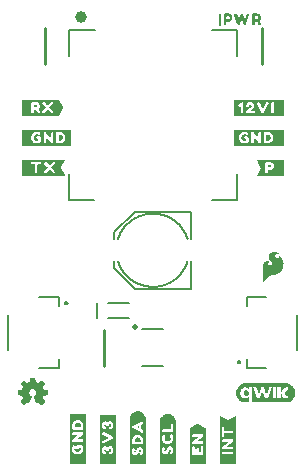
<source format=gto>
G04 EAGLE Gerber RS-274X export*
G75*
%MOMM*%
%FSLAX34Y34*%
%LPD*%
%INSilkscreen Top*%
%IPPOS*%
%AMOC8*
5,1,8,0,0,1.08239X$1,22.5*%
G01*
%ADD10C,0.254000*%
%ADD11C,0.200000*%
%ADD12C,1.000000*%
%ADD13C,0.203200*%
%ADD14C,0.500000*%

G36*
X211712Y67873D02*
X211712Y67873D01*
X239209Y67873D01*
X239211Y67874D01*
X239213Y67873D01*
X239740Y67906D01*
X239741Y67906D01*
X239743Y67906D01*
X240795Y68012D01*
X240797Y68014D01*
X240801Y68013D01*
X241317Y68120D01*
X241319Y68122D01*
X241322Y68121D01*
X242333Y68435D01*
X242334Y68437D01*
X242338Y68437D01*
X242823Y68642D01*
X242825Y68644D01*
X242829Y68644D01*
X243758Y69149D01*
X243760Y69152D01*
X243764Y69152D01*
X244198Y69450D01*
X244199Y69453D01*
X244202Y69454D01*
X245018Y70127D01*
X245019Y70130D01*
X245023Y70132D01*
X245388Y70511D01*
X245389Y70513D01*
X245391Y70515D01*
X246064Y71330D01*
X246065Y71334D01*
X246069Y71337D01*
X246350Y71782D01*
X246350Y71784D01*
X246352Y71786D01*
X246857Y72715D01*
X246856Y72719D01*
X246860Y72723D01*
X247046Y73216D01*
X247045Y73218D01*
X247047Y73220D01*
X247361Y74230D01*
X247360Y74234D01*
X247363Y74238D01*
X247448Y74758D01*
X247447Y74759D01*
X247449Y74762D01*
X247555Y75814D01*
X247553Y75817D01*
X247555Y75821D01*
X247547Y76347D01*
X247545Y76349D01*
X247546Y76353D01*
X247440Y77405D01*
X247438Y77407D01*
X247439Y77411D01*
X247337Y77927D01*
X247335Y77929D01*
X247335Y77933D01*
X247022Y78943D01*
X247019Y78945D01*
X247020Y78949D01*
X246818Y79435D01*
X246816Y79437D01*
X246816Y79441D01*
X246311Y80370D01*
X246309Y80372D01*
X246308Y80376D01*
X246013Y80812D01*
X246011Y80813D01*
X246010Y80817D01*
X245337Y81632D01*
X245334Y81633D01*
X245332Y81637D01*
X244955Y82005D01*
X244953Y82006D01*
X244952Y82009D01*
X244136Y82682D01*
X244132Y82682D01*
X244130Y82686D01*
X243686Y82970D01*
X243684Y82970D01*
X243683Y82973D01*
X242753Y83477D01*
X242749Y83477D01*
X242746Y83481D01*
X242254Y83670D01*
X242252Y83670D01*
X242250Y83671D01*
X241240Y83985D01*
X241237Y83984D01*
X241232Y83987D01*
X240714Y84077D01*
X240712Y84076D01*
X240709Y84077D01*
X239657Y84183D01*
X239416Y84208D01*
X239413Y84206D01*
X239410Y84208D01*
X206094Y84208D01*
X205565Y84203D01*
X205563Y84201D01*
X205560Y84202D01*
X203981Y84043D01*
X203977Y84040D01*
X203969Y84041D01*
X202454Y83571D01*
X202450Y83566D01*
X202442Y83566D01*
X201049Y82809D01*
X201046Y82804D01*
X201039Y82802D01*
X199821Y81786D01*
X199819Y81781D01*
X199812Y81777D01*
X198814Y80546D01*
X198814Y80541D01*
X198808Y80536D01*
X198303Y79607D01*
X198304Y79606D01*
X198302Y79605D01*
X198067Y79133D01*
X198068Y79128D01*
X198063Y79123D01*
X197750Y78113D01*
X197750Y78112D01*
X197749Y78111D01*
X197610Y77603D01*
X197611Y77598D01*
X197608Y77592D01*
X197455Y76014D01*
X197458Y76009D01*
X197455Y76001D01*
X197615Y74423D01*
X197618Y74419D01*
X197617Y74411D01*
X198083Y72895D01*
X198087Y72891D01*
X198088Y72883D01*
X198839Y71487D01*
X198844Y71484D01*
X198846Y71477D01*
X198909Y71401D01*
X199116Y71150D01*
X199117Y71150D01*
X199324Y70899D01*
X199532Y70648D01*
X199740Y70397D01*
X199857Y70255D01*
X199863Y70253D01*
X199866Y70246D01*
X201096Y69245D01*
X201101Y69245D01*
X201106Y69239D01*
X202506Y68495D01*
X202511Y68496D01*
X202517Y68490D01*
X204035Y68033D01*
X204040Y68035D01*
X204047Y68031D01*
X205625Y67873D01*
X205628Y67874D01*
X205631Y67873D01*
X208128Y67873D01*
X208147Y67885D01*
X208170Y67889D01*
X208176Y67904D01*
X208185Y67909D01*
X208183Y67920D01*
X208190Y67936D01*
X208189Y68085D01*
X208189Y72468D01*
X208182Y72479D01*
X208184Y72492D01*
X208165Y72505D01*
X208152Y72525D01*
X208139Y72523D01*
X208128Y72531D01*
X208094Y72517D01*
X208085Y72515D01*
X208083Y72512D01*
X208080Y72511D01*
X207858Y72272D01*
X207477Y71918D01*
X207044Y71634D01*
X206572Y71421D01*
X206070Y71295D01*
X205554Y71238D01*
X205033Y71259D01*
X204514Y71308D01*
X204012Y71445D01*
X203521Y71615D01*
X203068Y71869D01*
X202651Y72177D01*
X202264Y72523D01*
X201956Y72942D01*
X201679Y73382D01*
X201464Y73857D01*
X201304Y74352D01*
X201179Y74859D01*
X201080Y75901D01*
X201145Y76945D01*
X201260Y77454D01*
X201393Y77959D01*
X201609Y78432D01*
X201863Y78887D01*
X202169Y79307D01*
X202541Y79668D01*
X202944Y79993D01*
X203398Y80246D01*
X203882Y80434D01*
X204379Y80585D01*
X205420Y80665D01*
X205937Y80616D01*
X206443Y80501D01*
X206925Y80311D01*
X207367Y80042D01*
X207768Y79709D01*
X208083Y79414D01*
X208094Y79412D01*
X208100Y79403D01*
X208125Y79407D01*
X208150Y79402D01*
X208156Y79411D01*
X208167Y79413D01*
X208186Y79454D01*
X208189Y79458D01*
X208188Y79459D01*
X208189Y79460D01*
X208189Y80515D01*
X208193Y80568D01*
X211138Y80568D01*
X211138Y67928D01*
X211150Y67909D01*
X211154Y67886D01*
X211169Y67880D01*
X211174Y67871D01*
X211185Y67873D01*
X211201Y67866D01*
X211712Y67873D01*
G37*
G36*
X120826Y16070D02*
X120826Y16070D01*
X120839Y16070D01*
X121139Y16470D01*
X121139Y16478D01*
X121143Y16481D01*
X121139Y16485D01*
X121139Y16492D01*
X121149Y16500D01*
X121149Y53700D01*
X121146Y53704D01*
X121149Y53707D01*
X121049Y54407D01*
X121048Y54408D01*
X121049Y54408D01*
X120949Y55008D01*
X120849Y55707D01*
X120841Y55715D01*
X120844Y55722D01*
X119944Y57522D01*
X119937Y57525D01*
X119938Y57531D01*
X119538Y58031D01*
X119534Y58032D01*
X119535Y58035D01*
X118535Y59035D01*
X118531Y59035D01*
X118531Y59038D01*
X118031Y59438D01*
X118023Y59439D01*
X118022Y59444D01*
X116822Y60044D01*
X116815Y60043D01*
X116814Y60047D01*
X116115Y60247D01*
X115516Y60447D01*
X115505Y60443D01*
X115500Y60449D01*
X113400Y60449D01*
X113395Y60446D01*
X113392Y60449D01*
X112792Y60349D01*
X112789Y60345D01*
X112786Y60347D01*
X112086Y60147D01*
X112082Y60142D01*
X112078Y60144D01*
X110278Y59244D01*
X110273Y59234D01*
X110265Y59235D01*
X109767Y58737D01*
X109269Y58338D01*
X109267Y58328D01*
X109259Y58327D01*
X108860Y57729D01*
X108462Y57231D01*
X108461Y57223D01*
X108456Y57222D01*
X107856Y56022D01*
X107857Y56015D01*
X107853Y56014D01*
X107653Y55314D01*
X107654Y55310D01*
X107651Y55308D01*
X107551Y54708D01*
X107552Y54707D01*
X107551Y54707D01*
X107451Y54007D01*
X107454Y54002D01*
X107451Y54000D01*
X107451Y16400D01*
X107470Y16374D01*
X107470Y16361D01*
X107870Y16061D01*
X107892Y16061D01*
X107900Y16051D01*
X120800Y16051D01*
X120826Y16070D01*
G37*
G36*
X237626Y310670D02*
X237626Y310670D01*
X237639Y310670D01*
X237939Y311070D01*
X237939Y311078D01*
X237943Y311081D01*
X237939Y311085D01*
X237939Y311092D01*
X237949Y311100D01*
X237949Y323900D01*
X237936Y323918D01*
X237939Y323930D01*
X237639Y324330D01*
X237608Y324339D01*
X237600Y324349D01*
X195600Y324349D01*
X195553Y324313D01*
X195556Y324309D01*
X195553Y324306D01*
X195555Y324303D01*
X195551Y324300D01*
X195551Y310700D01*
X195587Y310653D01*
X195594Y310658D01*
X195600Y310651D01*
X237600Y310651D01*
X237626Y310670D01*
G37*
G36*
X237947Y285287D02*
X237947Y285287D01*
X237942Y285294D01*
X237949Y285300D01*
X237949Y298800D01*
X237913Y298847D01*
X237910Y298845D01*
X237908Y298849D01*
X237308Y298949D01*
X237303Y298946D01*
X237300Y298949D01*
X196000Y298949D01*
X195953Y298913D01*
X195956Y298909D01*
X195953Y298906D01*
X195955Y298903D01*
X195951Y298900D01*
X195951Y285400D01*
X195987Y285353D01*
X195990Y285355D01*
X195992Y285351D01*
X196592Y285251D01*
X196597Y285254D01*
X196600Y285251D01*
X237900Y285251D01*
X237947Y285287D01*
G37*
G36*
X58047Y285287D02*
X58047Y285287D01*
X58042Y285294D01*
X58049Y285300D01*
X58049Y298800D01*
X58013Y298847D01*
X58010Y298845D01*
X58008Y298849D01*
X57408Y298949D01*
X57403Y298946D01*
X57400Y298949D01*
X16100Y298949D01*
X16053Y298913D01*
X16056Y298909D01*
X16053Y298906D01*
X16055Y298903D01*
X16051Y298900D01*
X16051Y285400D01*
X16087Y285353D01*
X16090Y285355D01*
X16092Y285351D01*
X16692Y285251D01*
X16697Y285254D01*
X16700Y285251D01*
X58000Y285251D01*
X58047Y285287D01*
G37*
G36*
X70247Y16087D02*
X70247Y16087D01*
X70245Y16090D01*
X70249Y16092D01*
X70349Y16692D01*
X70346Y16697D01*
X70349Y16700D01*
X70349Y58000D01*
X70313Y58047D01*
X70306Y58042D01*
X70300Y58049D01*
X56800Y58049D01*
X56753Y58013D01*
X56755Y58010D01*
X56751Y58008D01*
X56651Y57408D01*
X56654Y57403D01*
X56651Y57400D01*
X56651Y16100D01*
X56687Y16053D01*
X56694Y16058D01*
X56700Y16051D01*
X70200Y16051D01*
X70247Y16087D01*
G37*
G36*
X95538Y16080D02*
X95538Y16080D01*
X95546Y16082D01*
X95746Y16582D01*
X95742Y16595D01*
X95749Y16600D01*
X95749Y57200D01*
X95713Y57247D01*
X95710Y57245D01*
X95708Y57249D01*
X95108Y57349D01*
X95103Y57346D01*
X95100Y57349D01*
X82200Y57349D01*
X82153Y57313D01*
X82155Y57310D01*
X82151Y57308D01*
X82051Y56708D01*
X82054Y56703D01*
X82051Y56700D01*
X82051Y16300D01*
X82080Y16262D01*
X82082Y16254D01*
X82582Y16054D01*
X82595Y16058D01*
X82600Y16051D01*
X95500Y16051D01*
X95538Y16080D01*
G37*
G36*
X146447Y16087D02*
X146447Y16087D01*
X146445Y16090D01*
X146449Y16092D01*
X146549Y16692D01*
X146546Y16697D01*
X146549Y16700D01*
X146549Y52000D01*
X146546Y52005D01*
X146549Y52008D01*
X146449Y52608D01*
X146445Y52611D01*
X146447Y52614D01*
X146247Y53314D01*
X146246Y53315D01*
X146247Y53316D01*
X146047Y53915D01*
X145847Y54614D01*
X145836Y54622D01*
X145838Y54631D01*
X145440Y55129D01*
X145041Y55727D01*
X145038Y55728D01*
X145038Y55731D01*
X144638Y56231D01*
X144634Y56232D01*
X144635Y56235D01*
X144135Y56735D01*
X144128Y56736D01*
X144127Y56741D01*
X143527Y57141D01*
X143526Y57141D01*
X143525Y57142D01*
X143025Y57442D01*
X143022Y57442D01*
X143022Y57444D01*
X142422Y57744D01*
X142420Y57744D01*
X142419Y57745D01*
X141719Y58045D01*
X141711Y58043D01*
X141708Y58049D01*
X141108Y58149D01*
X141107Y58148D01*
X141107Y58149D01*
X139707Y58349D01*
X139702Y58346D01*
X139700Y58349D01*
X139000Y58349D01*
X138995Y58346D01*
X138992Y58349D01*
X138392Y58249D01*
X138389Y58245D01*
X138386Y58247D01*
X137686Y58047D01*
X137685Y58046D01*
X137684Y58047D01*
X137084Y57847D01*
X137081Y57842D01*
X137078Y57844D01*
X136478Y57544D01*
X136476Y57540D01*
X136473Y57541D01*
X135873Y57141D01*
X135872Y57138D01*
X135869Y57138D01*
X135369Y56738D01*
X135368Y56734D01*
X135365Y56735D01*
X134365Y55735D01*
X134365Y55731D01*
X134362Y55731D01*
X133962Y55231D01*
X133961Y55223D01*
X133956Y55222D01*
X133356Y54022D01*
X133357Y54015D01*
X133353Y54014D01*
X133153Y53315D01*
X132953Y52716D01*
X132955Y52709D01*
X132951Y52707D01*
X132851Y52007D01*
X132854Y52002D01*
X132851Y52000D01*
X132851Y16200D01*
X132887Y16153D01*
X132890Y16155D01*
X132892Y16151D01*
X133492Y16051D01*
X133497Y16054D01*
X133500Y16051D01*
X146400Y16051D01*
X146447Y16087D01*
G37*
G36*
X196811Y16059D02*
X196811Y16059D01*
X196818Y16054D01*
X197318Y16254D01*
X197333Y16278D01*
X197340Y16284D01*
X197338Y16287D01*
X197343Y16295D01*
X197349Y16300D01*
X197349Y55700D01*
X197337Y55716D01*
X197341Y55727D01*
X197141Y56027D01*
X197107Y56039D01*
X197105Y56042D01*
X197099Y56042D01*
X197085Y56047D01*
X197083Y56042D01*
X197078Y56044D01*
X190981Y53046D01*
X190404Y52853D01*
X183722Y56144D01*
X183717Y56143D01*
X183713Y56147D01*
X183705Y56141D01*
X183701Y56140D01*
X183700Y56140D01*
X183663Y56133D01*
X183667Y56115D01*
X183653Y56104D01*
X183654Y56102D01*
X183651Y56100D01*
X183651Y16500D01*
X183660Y16487D01*
X183656Y16478D01*
X183856Y16078D01*
X183893Y16060D01*
X183900Y16051D01*
X196800Y16051D01*
X196811Y16059D01*
G37*
G36*
X52328Y259872D02*
X52328Y259872D01*
X52341Y259873D01*
X52541Y260173D01*
X52541Y260179D01*
X52544Y260182D01*
X52540Y260188D01*
X52539Y260211D01*
X52544Y260222D01*
X49547Y266315D01*
X49451Y266892D01*
X52444Y272878D01*
X52443Y272883D01*
X52447Y272884D01*
X52647Y273484D01*
X52646Y273486D01*
X52647Y273487D01*
X52645Y273490D01*
X52628Y273541D01*
X52611Y273535D01*
X52600Y273549D01*
X16400Y273549D01*
X16374Y273530D01*
X16361Y273530D01*
X16061Y273130D01*
X16061Y273118D01*
X16053Y273112D01*
X16058Y273105D01*
X16051Y273100D01*
X16051Y260200D01*
X16067Y260179D01*
X16065Y260165D01*
X16365Y259865D01*
X16392Y259862D01*
X16400Y259851D01*
X52300Y259851D01*
X52328Y259872D01*
G37*
G36*
X47734Y310676D02*
X47734Y310676D01*
X47744Y310678D01*
X51044Y317378D01*
X51043Y317382D01*
X51046Y317385D01*
X51042Y317391D01*
X51039Y317404D01*
X51047Y317416D01*
X50847Y318016D01*
X50843Y318018D01*
X50844Y318022D01*
X47844Y324122D01*
X47820Y324134D01*
X47816Y324147D01*
X47216Y324347D01*
X47205Y324343D01*
X47200Y324349D01*
X16300Y324349D01*
X16262Y324320D01*
X16254Y324318D01*
X16054Y323818D01*
X16055Y323816D01*
X16053Y323814D01*
X16057Y323808D01*
X16058Y323805D01*
X16051Y323800D01*
X16051Y311000D01*
X16070Y310974D01*
X16070Y310961D01*
X16470Y310661D01*
X16492Y310661D01*
X16500Y310651D01*
X47700Y310651D01*
X47734Y310676D01*
G37*
G36*
X171947Y16087D02*
X171947Y16087D01*
X171942Y16094D01*
X171949Y16100D01*
X171949Y45900D01*
X171930Y45925D01*
X171931Y45938D01*
X171431Y46338D01*
X171423Y46339D01*
X171422Y46344D01*
X165422Y49344D01*
X165412Y49342D01*
X165411Y49344D01*
X165404Y49344D01*
X165400Y49349D01*
X164800Y49349D01*
X164793Y49344D01*
X164789Y49344D01*
X164785Y49341D01*
X164778Y49344D01*
X158678Y46344D01*
X158673Y46334D01*
X158665Y46335D01*
X158265Y45935D01*
X158263Y45917D01*
X158253Y45910D01*
X158257Y45904D01*
X158251Y45900D01*
X158251Y16700D01*
X158254Y16695D01*
X158251Y16692D01*
X158351Y16092D01*
X158395Y16051D01*
X158398Y16054D01*
X158400Y16051D01*
X171900Y16051D01*
X171947Y16087D01*
G37*
G36*
X33014Y65907D02*
X33014Y65907D01*
X33084Y65913D01*
X33099Y65922D01*
X33116Y65925D01*
X33222Y65997D01*
X33232Y66003D01*
X33233Y66005D01*
X33234Y66006D01*
X35534Y68306D01*
X35542Y68319D01*
X35543Y68320D01*
X35545Y68322D01*
X35547Y68326D01*
X35566Y68342D01*
X35592Y68399D01*
X35625Y68453D01*
X35628Y68477D01*
X35638Y68500D01*
X35636Y68562D01*
X35642Y68625D01*
X35633Y68648D01*
X35632Y68673D01*
X35592Y68755D01*
X35580Y68786D01*
X35574Y68792D01*
X35569Y68801D01*
X33624Y71395D01*
X33634Y71406D01*
X33653Y71436D01*
X33705Y71504D01*
X33805Y71704D01*
X33809Y71720D01*
X33818Y71733D01*
X33844Y71867D01*
X33845Y71872D01*
X33845Y71873D01*
X33845Y71874D01*
X33845Y71884D01*
X33878Y71949D01*
X33934Y72006D01*
X33953Y72036D01*
X34005Y72104D01*
X34105Y72304D01*
X34109Y72320D01*
X34118Y72333D01*
X34144Y72467D01*
X34145Y72472D01*
X34145Y72473D01*
X34145Y72474D01*
X34145Y72484D01*
X34305Y72804D01*
X34309Y72820D01*
X34318Y72833D01*
X34344Y72967D01*
X34345Y72972D01*
X34345Y72973D01*
X34345Y72974D01*
X34345Y72984D01*
X34405Y73104D01*
X34409Y73120D01*
X34418Y73133D01*
X34444Y73267D01*
X34445Y73272D01*
X34445Y73273D01*
X34445Y73274D01*
X34445Y73284D01*
X34505Y73404D01*
X34509Y73420D01*
X34518Y73433D01*
X34538Y73536D01*
X37830Y74100D01*
X37848Y74107D01*
X37867Y74108D01*
X37927Y74141D01*
X37989Y74167D01*
X38002Y74182D01*
X38019Y74191D01*
X38058Y74247D01*
X38102Y74298D01*
X38107Y74317D01*
X38118Y74333D01*
X38140Y74444D01*
X38145Y74466D01*
X38144Y74470D01*
X38145Y74474D01*
X38145Y77674D01*
X38141Y77693D01*
X38143Y77714D01*
X38132Y77746D01*
X38131Y77753D01*
X38126Y77762D01*
X38121Y77777D01*
X38106Y77842D01*
X38093Y77858D01*
X38086Y77877D01*
X38038Y77924D01*
X37996Y77976D01*
X37977Y77984D01*
X37963Y77998D01*
X37861Y78036D01*
X37838Y78046D01*
X37833Y78046D01*
X37828Y78048D01*
X34545Y78595D01*
X34545Y78674D01*
X34528Y78748D01*
X34514Y78823D01*
X34508Y78833D01*
X34506Y78842D01*
X34483Y78870D01*
X34445Y78925D01*
X34445Y78974D01*
X34428Y79048D01*
X34414Y79123D01*
X34408Y79133D01*
X34406Y79142D01*
X34383Y79170D01*
X34334Y79242D01*
X34278Y79298D01*
X34245Y79363D01*
X34245Y79474D01*
X34228Y79548D01*
X34214Y79623D01*
X34208Y79633D01*
X34206Y79642D01*
X34183Y79670D01*
X34145Y79725D01*
X34145Y79774D01*
X34128Y79848D01*
X34114Y79923D01*
X34108Y79933D01*
X34106Y79942D01*
X34083Y79970D01*
X34034Y80042D01*
X33978Y80098D01*
X33905Y80243D01*
X33882Y80271D01*
X33845Y80325D01*
X33845Y80374D01*
X33828Y80448D01*
X33814Y80523D01*
X33808Y80533D01*
X33806Y80542D01*
X33783Y80570D01*
X33734Y80642D01*
X33678Y80698D01*
X33638Y80778D01*
X35573Y83451D01*
X35583Y83475D01*
X35600Y83494D01*
X35616Y83554D01*
X35640Y83611D01*
X35638Y83636D01*
X35645Y83661D01*
X35633Y83722D01*
X35629Y83784D01*
X35616Y83806D01*
X35611Y83831D01*
X35560Y83903D01*
X35542Y83933D01*
X35535Y83938D01*
X35528Y83948D01*
X33228Y86148D01*
X33217Y86154D01*
X33209Y86165D01*
X33143Y86198D01*
X33079Y86236D01*
X33066Y86237D01*
X33055Y86242D01*
X32981Y86243D01*
X32907Y86248D01*
X32895Y86243D01*
X32882Y86243D01*
X32751Y86186D01*
X30077Y84342D01*
X29936Y84413D01*
X29920Y84417D01*
X29907Y84426D01*
X29773Y84452D01*
X29767Y84453D01*
X29766Y84453D01*
X29756Y84453D01*
X29691Y84485D01*
X29634Y84542D01*
X29604Y84561D01*
X29536Y84613D01*
X29336Y84713D01*
X29320Y84717D01*
X29307Y84726D01*
X29173Y84752D01*
X29167Y84753D01*
X29166Y84753D01*
X29156Y84753D01*
X29091Y84785D01*
X29034Y84842D01*
X28969Y84882D01*
X28907Y84926D01*
X28895Y84928D01*
X28887Y84933D01*
X28852Y84936D01*
X28766Y84953D01*
X28656Y84953D01*
X28536Y85013D01*
X28520Y85017D01*
X28507Y85026D01*
X28373Y85052D01*
X28367Y85053D01*
X28366Y85053D01*
X28356Y85053D01*
X28236Y85113D01*
X28220Y85117D01*
X28207Y85126D01*
X28073Y85152D01*
X28067Y85153D01*
X28066Y85153D01*
X28056Y85153D01*
X27936Y85213D01*
X27920Y85217D01*
X27907Y85226D01*
X27890Y85229D01*
X27340Y88438D01*
X27332Y88456D01*
X27331Y88475D01*
X27299Y88534D01*
X27272Y88597D01*
X27258Y88610D01*
X27248Y88627D01*
X27193Y88666D01*
X27141Y88710D01*
X27122Y88715D01*
X27107Y88726D01*
X26996Y88747D01*
X26974Y88753D01*
X26970Y88752D01*
X26966Y88753D01*
X23766Y88753D01*
X23747Y88749D01*
X23728Y88751D01*
X23664Y88729D01*
X23598Y88713D01*
X23583Y88701D01*
X23564Y88695D01*
X23517Y88647D01*
X23464Y88603D01*
X23456Y88586D01*
X23443Y88572D01*
X23403Y88466D01*
X23394Y88445D01*
X23394Y88442D01*
X23392Y88438D01*
X22834Y85182D01*
X22776Y85153D01*
X22666Y85153D01*
X22592Y85136D01*
X22516Y85122D01*
X22507Y85116D01*
X22498Y85113D01*
X22470Y85091D01*
X22414Y85053D01*
X22366Y85053D01*
X22350Y85049D01*
X22334Y85052D01*
X22203Y85015D01*
X22198Y85013D01*
X22197Y85013D01*
X22196Y85013D01*
X22076Y84953D01*
X22066Y84953D01*
X22050Y84949D01*
X22034Y84952D01*
X21903Y84915D01*
X21898Y84913D01*
X21897Y84913D01*
X21896Y84913D01*
X21696Y84813D01*
X21669Y84790D01*
X21614Y84753D01*
X21566Y84753D01*
X21492Y84736D01*
X21416Y84722D01*
X21407Y84716D01*
X21398Y84713D01*
X21370Y84691D01*
X21298Y84642D01*
X21241Y84585D01*
X21096Y84513D01*
X21069Y84490D01*
X21014Y84453D01*
X20966Y84453D01*
X20892Y84436D01*
X20816Y84422D01*
X20807Y84416D01*
X20798Y84413D01*
X20770Y84391D01*
X20698Y84342D01*
X20680Y84324D01*
X17981Y86186D01*
X17965Y86192D01*
X17953Y86204D01*
X17886Y86223D01*
X17820Y86249D01*
X17803Y86248D01*
X17787Y86252D01*
X17718Y86240D01*
X17648Y86234D01*
X17633Y86225D01*
X17616Y86222D01*
X17510Y86150D01*
X17500Y86144D01*
X17499Y86143D01*
X17498Y86142D01*
X15298Y83942D01*
X15289Y83927D01*
X15275Y83917D01*
X15244Y83854D01*
X15207Y83795D01*
X15205Y83778D01*
X15197Y83763D01*
X15197Y83692D01*
X15190Y83623D01*
X15196Y83607D01*
X15196Y83589D01*
X15248Y83472D01*
X15252Y83461D01*
X15253Y83460D01*
X15254Y83458D01*
X17105Y80775D01*
X17103Y80760D01*
X17087Y80674D01*
X17087Y80624D01*
X17079Y80611D01*
X17027Y80543D01*
X16954Y80398D01*
X16898Y80342D01*
X16858Y80277D01*
X16814Y80214D01*
X16812Y80203D01*
X16807Y80195D01*
X16803Y80160D01*
X16787Y80074D01*
X16787Y80024D01*
X16779Y80011D01*
X16727Y79943D01*
X16627Y79743D01*
X16623Y79728D01*
X16614Y79714D01*
X16597Y79627D01*
X16594Y79619D01*
X16594Y79611D01*
X16588Y79580D01*
X16587Y79575D01*
X16587Y79574D01*
X16587Y79563D01*
X16427Y79243D01*
X16423Y79228D01*
X16414Y79214D01*
X16388Y79080D01*
X16387Y79075D01*
X16387Y79074D01*
X16387Y79063D01*
X16327Y78943D01*
X16323Y78928D01*
X16314Y78914D01*
X16305Y78869D01*
X16301Y78861D01*
X16302Y78851D01*
X16288Y78780D01*
X16287Y78775D01*
X16287Y78774D01*
X16287Y78763D01*
X16227Y78643D01*
X16223Y78628D01*
X16214Y78614D01*
X16211Y78598D01*
X13002Y78048D01*
X12984Y78040D01*
X12965Y78039D01*
X12905Y78007D01*
X12843Y77980D01*
X12830Y77965D01*
X12813Y77956D01*
X12774Y77901D01*
X12730Y77849D01*
X12725Y77830D01*
X12714Y77814D01*
X12698Y77733D01*
X12694Y77723D01*
X12694Y77712D01*
X12692Y77703D01*
X12687Y77681D01*
X12688Y77678D01*
X12687Y77674D01*
X12687Y74474D01*
X12691Y74455D01*
X12689Y74436D01*
X12711Y74371D01*
X12726Y74305D01*
X12739Y74290D01*
X12745Y74272D01*
X12793Y74224D01*
X12836Y74172D01*
X12854Y74164D01*
X12868Y74150D01*
X12974Y74110D01*
X12994Y74101D01*
X12998Y74101D01*
X13002Y74100D01*
X16258Y73542D01*
X16287Y73484D01*
X16287Y73374D01*
X16304Y73299D01*
X16318Y73224D01*
X16324Y73214D01*
X16326Y73205D01*
X16349Y73178D01*
X16387Y73122D01*
X16387Y73074D01*
X16400Y73018D01*
X16401Y72999D01*
X16406Y72989D01*
X16418Y72924D01*
X16424Y72914D01*
X16426Y72905D01*
X16449Y72878D01*
X16498Y72806D01*
X16554Y72749D01*
X16587Y72684D01*
X16587Y72574D01*
X16604Y72499D01*
X16618Y72424D01*
X16624Y72414D01*
X16626Y72405D01*
X16649Y72378D01*
X16687Y72322D01*
X16687Y72274D01*
X16704Y72199D01*
X16718Y72124D01*
X16724Y72114D01*
X16726Y72105D01*
X16749Y72078D01*
X16798Y72006D01*
X16854Y71949D01*
X16927Y71804D01*
X16950Y71776D01*
X16993Y71713D01*
X16995Y71709D01*
X16996Y71709D01*
X16998Y71706D01*
X17054Y71649D01*
X17087Y71584D01*
X17087Y71574D01*
X17090Y71558D01*
X17088Y71542D01*
X17100Y71500D01*
X17101Y71482D01*
X17110Y71465D01*
X17125Y71411D01*
X17125Y71409D01*
X15257Y68794D01*
X15251Y68779D01*
X15240Y68768D01*
X15219Y68700D01*
X15192Y68634D01*
X15193Y68618D01*
X15188Y68603D01*
X15199Y68533D01*
X15204Y68461D01*
X15212Y68448D01*
X15214Y68432D01*
X15289Y68316D01*
X15291Y68312D01*
X15292Y68312D01*
X17492Y66012D01*
X17510Y66000D01*
X17523Y65983D01*
X17582Y65953D01*
X17637Y65917D01*
X17658Y65915D01*
X17677Y65905D01*
X17743Y65905D01*
X17809Y65897D01*
X17829Y65904D01*
X17850Y65904D01*
X17945Y65946D01*
X17972Y65955D01*
X17975Y65959D01*
X17981Y65961D01*
X20702Y67838D01*
X20725Y67821D01*
X20737Y67819D01*
X20745Y67814D01*
X20780Y67811D01*
X20795Y67808D01*
X20798Y67806D01*
X20863Y67765D01*
X20925Y67721D01*
X20937Y67719D01*
X20945Y67714D01*
X20980Y67711D01*
X20995Y67708D01*
X20998Y67706D01*
X21063Y67665D01*
X21125Y67621D01*
X21137Y67619D01*
X21145Y67614D01*
X21180Y67611D01*
X21195Y67608D01*
X21198Y67606D01*
X21263Y67565D01*
X21325Y67521D01*
X21337Y67519D01*
X21345Y67514D01*
X21380Y67511D01*
X21395Y67508D01*
X21398Y67506D01*
X21463Y67465D01*
X21525Y67421D01*
X21537Y67419D01*
X21545Y67414D01*
X21580Y67411D01*
X21595Y67408D01*
X21598Y67406D01*
X21663Y67365D01*
X21725Y67321D01*
X21737Y67319D01*
X21745Y67314D01*
X21780Y67311D01*
X21866Y67294D01*
X21916Y67294D01*
X21937Y67281D01*
X21970Y67249D01*
X22009Y67236D01*
X22045Y67214D01*
X22090Y67210D01*
X22134Y67196D01*
X22176Y67202D01*
X22217Y67198D01*
X22260Y67214D01*
X22305Y67221D01*
X22340Y67245D01*
X22379Y67260D01*
X22410Y67293D01*
X22447Y67320D01*
X22473Y67362D01*
X22496Y67387D01*
X22503Y67412D01*
X22522Y67442D01*
X24522Y72842D01*
X24529Y72899D01*
X24545Y72954D01*
X24539Y72984D01*
X24543Y73014D01*
X24524Y73068D01*
X24514Y73125D01*
X24496Y73149D01*
X24486Y73177D01*
X24445Y73217D01*
X24411Y73263D01*
X24381Y73280D01*
X24362Y73298D01*
X24330Y73308D01*
X24286Y73333D01*
X24012Y73425D01*
X23691Y73585D01*
X23534Y73742D01*
X23504Y73761D01*
X23436Y73813D01*
X23291Y73885D01*
X23178Y73998D01*
X23105Y74143D01*
X23082Y74171D01*
X23034Y74242D01*
X22878Y74398D01*
X22717Y74719D01*
X22626Y74994D01*
X22614Y75013D01*
X22605Y75043D01*
X22445Y75363D01*
X22445Y75574D01*
X22437Y75609D01*
X22426Y75694D01*
X22345Y75935D01*
X22345Y76412D01*
X22710Y77506D01*
X23061Y78032D01*
X23208Y78179D01*
X23476Y78358D01*
X23498Y78381D01*
X23534Y78406D01*
X23708Y78579D01*
X23934Y78730D01*
X24186Y78814D01*
X24204Y78825D01*
X24218Y78828D01*
X24231Y78839D01*
X24276Y78858D01*
X24481Y78994D01*
X24666Y78994D01*
X24701Y79003D01*
X24758Y79006D01*
X25113Y79094D01*
X25704Y79094D01*
X25946Y79014D01*
X25982Y79011D01*
X26066Y78994D01*
X26251Y78994D01*
X26456Y78858D01*
X26491Y78845D01*
X26540Y78817D01*
X26542Y78816D01*
X26543Y78816D01*
X26546Y78814D01*
X26798Y78730D01*
X27325Y78379D01*
X27671Y78032D01*
X28022Y77506D01*
X28106Y77254D01*
X28126Y77222D01*
X28150Y77163D01*
X28287Y76959D01*
X28287Y76774D01*
X28295Y76739D01*
X28306Y76654D01*
X28387Y76412D01*
X28387Y75635D01*
X28306Y75394D01*
X28303Y75358D01*
X28287Y75274D01*
X28287Y75163D01*
X28227Y75043D01*
X28221Y75021D01*
X28206Y74994D01*
X28115Y74719D01*
X28054Y74598D01*
X27898Y74442D01*
X27879Y74411D01*
X27827Y74343D01*
X27754Y74198D01*
X27441Y73885D01*
X27296Y73813D01*
X27269Y73790D01*
X27198Y73742D01*
X27041Y73585D01*
X26496Y73313D01*
X26473Y73293D01*
X26444Y73281D01*
X26407Y73238D01*
X26363Y73202D01*
X26351Y73174D01*
X26331Y73151D01*
X26316Y73096D01*
X26293Y73044D01*
X26295Y73013D01*
X26287Y72983D01*
X26299Y72909D01*
X26301Y72871D01*
X26308Y72859D01*
X26310Y72842D01*
X28310Y67442D01*
X28322Y67425D01*
X28326Y67405D01*
X28369Y67354D01*
X28406Y67298D01*
X28424Y67287D01*
X28436Y67272D01*
X28498Y67245D01*
X28556Y67211D01*
X28576Y67210D01*
X28594Y67201D01*
X28661Y67204D01*
X28728Y67200D01*
X28747Y67207D01*
X28767Y67208D01*
X28826Y67240D01*
X28888Y67266D01*
X28901Y67282D01*
X28919Y67291D01*
X28932Y67310D01*
X28940Y67312D01*
X29016Y67325D01*
X29025Y67332D01*
X29034Y67334D01*
X29062Y67357D01*
X29134Y67406D01*
X29141Y67412D01*
X29216Y67425D01*
X29225Y67432D01*
X29234Y67434D01*
X29262Y67457D01*
X29334Y67506D01*
X29341Y67512D01*
X29416Y67525D01*
X29425Y67532D01*
X29434Y67534D01*
X29462Y67557D01*
X29518Y67594D01*
X29566Y67594D01*
X29640Y67612D01*
X29716Y67625D01*
X29725Y67632D01*
X29734Y67634D01*
X29762Y67657D01*
X29834Y67706D01*
X29841Y67712D01*
X29916Y67725D01*
X29925Y67732D01*
X29934Y67734D01*
X29962Y67757D01*
X30034Y67806D01*
X30052Y67823D01*
X32751Y65961D01*
X32767Y65955D01*
X32779Y65944D01*
X32847Y65924D01*
X32912Y65898D01*
X32929Y65900D01*
X32945Y65895D01*
X33014Y65907D01*
G37*
G36*
X237947Y259887D02*
X237947Y259887D01*
X237942Y259894D01*
X237949Y259900D01*
X237949Y273400D01*
X237913Y273447D01*
X237910Y273445D01*
X237908Y273449D01*
X237308Y273549D01*
X237303Y273546D01*
X237300Y273549D01*
X215500Y273549D01*
X215491Y273542D01*
X215487Y273542D01*
X215482Y273546D01*
X214982Y273346D01*
X214964Y273317D01*
X214955Y273309D01*
X214958Y273306D01*
X214951Y273295D01*
X214961Y273289D01*
X214956Y273278D01*
X217956Y267278D01*
X218245Y266700D01*
X214956Y260022D01*
X214967Y259963D01*
X214983Y259966D01*
X214990Y259952D01*
X215490Y259852D01*
X215497Y259855D01*
X215500Y259851D01*
X237900Y259851D01*
X237947Y259887D01*
G37*
G36*
X220409Y169601D02*
X220409Y169601D01*
X220471Y169603D01*
X220493Y169616D01*
X220519Y169620D01*
X220590Y169668D01*
X220623Y169686D01*
X220629Y169694D01*
X220639Y169701D01*
X221139Y170201D01*
X221158Y170232D01*
X221196Y170274D01*
X221472Y170734D01*
X221939Y171201D01*
X221947Y171214D01*
X221962Y171227D01*
X222451Y171813D01*
X223639Y173001D01*
X223646Y173012D01*
X223659Y173023D01*
X224849Y174412D01*
X225806Y175368D01*
X226704Y175907D01*
X227201Y175990D01*
X229070Y175990D01*
X229096Y175996D01*
X229133Y175995D01*
X230333Y176195D01*
X230348Y176202D01*
X230370Y176203D01*
X231470Y176503D01*
X231487Y176512D01*
X231511Y176517D01*
X232511Y176917D01*
X232533Y176932D01*
X232566Y176944D01*
X233566Y177544D01*
X233586Y177564D01*
X233620Y177584D01*
X234420Y178284D01*
X234427Y178293D01*
X234439Y178301D01*
X235239Y179101D01*
X235250Y179119D01*
X235270Y179137D01*
X235970Y180037D01*
X235981Y180060D01*
X236002Y180085D01*
X237002Y181885D01*
X237013Y181921D01*
X237038Y181973D01*
X237538Y183873D01*
X237539Y183905D01*
X237550Y183948D01*
X237650Y185648D01*
X237643Y185684D01*
X237644Y185740D01*
X237344Y187340D01*
X237335Y187361D01*
X237331Y187390D01*
X236831Y188890D01*
X236812Y188921D01*
X236791Y188974D01*
X236091Y190074D01*
X236072Y190093D01*
X236054Y190123D01*
X235829Y190376D01*
X235491Y190756D01*
X235254Y191023D01*
X235222Y191045D01*
X235172Y191092D01*
X234372Y191592D01*
X234342Y191603D01*
X234322Y191617D01*
X234287Y191623D01*
X234242Y191643D01*
X234225Y191643D01*
X234208Y191648D01*
X234176Y191644D01*
X234170Y191644D01*
X234162Y191642D01*
X234139Y191639D01*
X234069Y191637D01*
X234054Y191628D01*
X234036Y191626D01*
X234006Y191606D01*
X234001Y191605D01*
X233987Y191593D01*
X233978Y191587D01*
X233917Y191554D01*
X233907Y191539D01*
X233892Y191529D01*
X233876Y191501D01*
X233868Y191495D01*
X233854Y191464D01*
X233817Y191412D01*
X233814Y191393D01*
X233806Y191379D01*
X233804Y191353D01*
X233797Y191336D01*
X233798Y191311D01*
X233790Y191270D01*
X233790Y190432D01*
X233718Y190216D01*
X233658Y190095D01*
X233465Y189902D01*
X233308Y189850D01*
X233117Y189850D01*
X232403Y190029D01*
X232061Y190200D01*
X231790Y190381D01*
X231420Y190658D01*
X230866Y191212D01*
X230523Y191726D01*
X230450Y192017D01*
X230450Y192508D01*
X230522Y192724D01*
X230600Y192879D01*
X230750Y193105D01*
X231071Y193345D01*
X231394Y193507D01*
X231845Y193597D01*
X231852Y193601D01*
X231862Y193601D01*
X232217Y193690D01*
X232680Y193690D01*
X232800Y193630D01*
X232815Y193626D01*
X232828Y193617D01*
X232962Y193591D01*
X232969Y193590D01*
X232970Y193590D01*
X233070Y193590D01*
X233095Y193596D01*
X233121Y193593D01*
X233179Y193615D01*
X233239Y193629D01*
X233259Y193646D01*
X233283Y193655D01*
X233325Y193700D01*
X233372Y193739D01*
X233383Y193763D01*
X233400Y193782D01*
X233418Y193841D01*
X233443Y193898D01*
X233442Y193923D01*
X233450Y193948D01*
X233439Y194009D01*
X233437Y194071D01*
X233424Y194093D01*
X233420Y194119D01*
X233372Y194190D01*
X233354Y194223D01*
X233346Y194229D01*
X233339Y194239D01*
X233239Y194339D01*
X233219Y194351D01*
X233198Y194374D01*
X232798Y194674D01*
X232772Y194686D01*
X232740Y194710D01*
X231340Y195410D01*
X231328Y195413D01*
X231319Y195419D01*
X231290Y195425D01*
X231253Y195441D01*
X230353Y195641D01*
X230319Y195641D01*
X230270Y195650D01*
X229270Y195650D01*
X229242Y195644D01*
X229202Y195644D01*
X228102Y195444D01*
X228067Y195429D01*
X228010Y195411D01*
X227995Y195407D01*
X227992Y195405D01*
X227988Y195404D01*
X226888Y194804D01*
X226868Y194786D01*
X226837Y194770D01*
X225937Y194070D01*
X225917Y194046D01*
X225848Y193972D01*
X225348Y193172D01*
X225336Y193138D01*
X225309Y193090D01*
X225009Y192190D01*
X225006Y192153D01*
X224990Y192070D01*
X224990Y191270D01*
X224997Y191237D01*
X224999Y191188D01*
X225199Y190288D01*
X225216Y190252D01*
X225238Y190185D01*
X225738Y189285D01*
X225760Y189261D01*
X225784Y189220D01*
X226484Y188420D01*
X226485Y188419D01*
X226486Y188417D01*
X227286Y187517D01*
X227294Y187512D01*
X227301Y187501D01*
X227943Y186859D01*
X228190Y186201D01*
X228190Y185632D01*
X228031Y185155D01*
X227710Y184754D01*
X227214Y184423D01*
X226523Y184250D01*
X225808Y184250D01*
X225379Y184336D01*
X224984Y184494D01*
X224466Y185012D01*
X224315Y185239D01*
X224250Y185432D01*
X224250Y185708D01*
X224302Y185865D01*
X224775Y186338D01*
X224990Y186409D01*
X225010Y186422D01*
X225040Y186430D01*
X225440Y186630D01*
X225469Y186654D01*
X225539Y186701D01*
X225639Y186801D01*
X225652Y186822D01*
X225671Y186838D01*
X225697Y186895D01*
X225730Y186948D01*
X225733Y186973D01*
X225743Y186996D01*
X225741Y187059D01*
X225747Y187121D01*
X225738Y187144D01*
X225737Y187169D01*
X225707Y187224D01*
X225685Y187283D01*
X225667Y187300D01*
X225655Y187322D01*
X225585Y187376D01*
X225558Y187400D01*
X225549Y187403D01*
X225540Y187410D01*
X225140Y187610D01*
X225125Y187614D01*
X225112Y187623D01*
X224978Y187649D01*
X224972Y187650D01*
X224971Y187650D01*
X224970Y187650D01*
X223770Y187650D01*
X223744Y187644D01*
X223708Y187645D01*
X223108Y187545D01*
X223102Y187543D01*
X223095Y187543D01*
X222595Y187443D01*
X222569Y187431D01*
X222529Y187423D01*
X222029Y187223D01*
X221998Y187201D01*
X221942Y187174D01*
X221542Y186874D01*
X221538Y186870D01*
X221532Y186867D01*
X221032Y186467D01*
X221015Y186444D01*
X220944Y186366D01*
X220344Y185366D01*
X220332Y185330D01*
X220304Y185274D01*
X220104Y184574D01*
X220103Y184549D01*
X220093Y184517D01*
X219993Y183717D01*
X219995Y183696D01*
X219990Y183670D01*
X219990Y169970D01*
X219996Y169945D01*
X219993Y169919D01*
X220015Y169862D01*
X220029Y169801D01*
X220046Y169781D01*
X220055Y169757D01*
X220100Y169715D01*
X220139Y169668D01*
X220163Y169657D01*
X220182Y169640D01*
X220241Y169622D01*
X220298Y169597D01*
X220323Y169598D01*
X220348Y169590D01*
X220409Y169601D01*
G37*
%LPC*%
G36*
X186704Y28449D02*
X186704Y28449D01*
X186129Y28545D01*
X185749Y29115D01*
X185749Y29792D01*
X185942Y30371D01*
X186531Y30862D01*
X190626Y33958D01*
X191022Y34156D01*
X191027Y34166D01*
X191035Y34165D01*
X191235Y34365D01*
X191237Y34379D01*
X191247Y34387D01*
X191239Y34397D01*
X191243Y34424D01*
X191216Y34428D01*
X191200Y34449D01*
X187103Y34449D01*
X186323Y34547D01*
X185749Y35120D01*
X185749Y35792D01*
X185941Y36367D01*
X186425Y36658D01*
X186438Y36690D01*
X186449Y36697D01*
X186549Y38397D01*
X186516Y38447D01*
X186516Y38446D01*
X186516Y38447D01*
X185939Y38639D01*
X185749Y39208D01*
X185749Y46886D01*
X186031Y47355D01*
X186601Y47450D01*
X187270Y47355D01*
X187551Y46886D01*
X187551Y44100D01*
X187587Y44053D01*
X187594Y44058D01*
X187600Y44051D01*
X194392Y44051D01*
X194961Y43861D01*
X195151Y43292D01*
X195151Y42612D01*
X194867Y42044D01*
X194296Y41949D01*
X188200Y41949D01*
X188195Y41946D01*
X188192Y41949D01*
X187592Y41849D01*
X187551Y41805D01*
X187554Y41803D01*
X187551Y41800D01*
X187551Y39017D01*
X187173Y38546D01*
X186592Y38449D01*
X186551Y38405D01*
X186552Y38404D01*
X186551Y38403D01*
X186451Y36703D01*
X186484Y36653D01*
X186493Y36660D01*
X186500Y36651D01*
X194586Y36651D01*
X195054Y36370D01*
X195151Y35597D01*
X195151Y34920D01*
X194667Y34437D01*
X189870Y30739D01*
X189867Y30728D01*
X189856Y30722D01*
X189862Y30710D01*
X189854Y30682D01*
X189879Y30675D01*
X189890Y30652D01*
X190390Y30552D01*
X190397Y30555D01*
X190400Y30551D01*
X194491Y30551D01*
X194961Y30363D01*
X195151Y29792D01*
X195151Y28916D01*
X194873Y28546D01*
X194197Y28449D01*
X186704Y28449D01*
G37*
%LPD*%
%LPC*%
G36*
X217624Y71349D02*
X217624Y71349D01*
X215125Y71349D01*
X215111Y71403D01*
X215109Y71405D01*
X215109Y71408D01*
X211795Y80567D01*
X211894Y80568D01*
X214769Y80568D01*
X214822Y80369D01*
X214823Y80368D01*
X214823Y80367D01*
X216618Y74301D01*
X216628Y74294D01*
X216628Y74288D01*
X216634Y74285D01*
X216638Y74272D01*
X216656Y74269D01*
X216670Y74257D01*
X216687Y74265D01*
X216705Y74262D01*
X216721Y74281D01*
X216732Y74286D01*
X216733Y74295D01*
X216739Y74302D01*
X218504Y80397D01*
X218553Y80568D01*
X221399Y80557D01*
X223217Y74334D01*
X223229Y74323D01*
X223232Y74308D01*
X223253Y74303D01*
X223269Y74289D01*
X223283Y74296D01*
X223298Y74292D01*
X223320Y74313D01*
X223330Y74318D01*
X223331Y74324D01*
X223336Y74328D01*
X223434Y74573D01*
X223434Y74576D01*
X223436Y74579D01*
X225082Y80157D01*
X225206Y80568D01*
X227855Y80568D01*
X228044Y80571D01*
X228079Y80571D01*
X224756Y71507D01*
X224692Y71349D01*
X221755Y71349D01*
X221638Y71706D01*
X220080Y76759D01*
X220079Y76760D01*
X220079Y76763D01*
X219973Y77040D01*
X219960Y77049D01*
X219956Y77064D01*
X219935Y77068D01*
X219918Y77080D01*
X219905Y77072D01*
X219889Y77075D01*
X219869Y77053D01*
X219859Y77047D01*
X219859Y77041D01*
X219855Y77036D01*
X218088Y71349D01*
X217624Y71349D01*
G37*
%LPD*%
G36*
X200407Y387781D02*
X200407Y387781D01*
X200427Y387802D01*
X200441Y387803D01*
X200841Y388403D01*
X200840Y388412D01*
X200847Y388414D01*
X201646Y390713D01*
X202397Y392684D01*
X203653Y388914D01*
X203853Y388314D01*
X203867Y388305D01*
X203865Y388295D01*
X204365Y387795D01*
X204386Y387792D01*
X204392Y387781D01*
X204992Y387681D01*
X205009Y387691D01*
X205019Y387685D01*
X205719Y387985D01*
X205730Y388003D01*
X205742Y388005D01*
X206042Y388505D01*
X206041Y388512D01*
X206046Y388514D01*
X208546Y395614D01*
X208546Y395616D01*
X208547Y395616D01*
X208747Y396316D01*
X208738Y396340D01*
X208744Y396352D01*
X208544Y396752D01*
X208526Y396761D01*
X208524Y396773D01*
X207824Y397173D01*
X207816Y397172D01*
X207814Y397177D01*
X207114Y397377D01*
X207086Y397367D01*
X207073Y397371D01*
X206473Y396971D01*
X206465Y396950D01*
X206453Y396946D01*
X204957Y392557D01*
X204822Y392421D01*
X203547Y396246D01*
X203542Y396249D01*
X203544Y396252D01*
X203244Y396852D01*
X203231Y396859D01*
X203231Y396868D01*
X202731Y397268D01*
X202703Y397269D01*
X202693Y397279D01*
X201993Y397179D01*
X201985Y397171D01*
X201978Y397174D01*
X201378Y396874D01*
X201367Y396853D01*
X201355Y396849D01*
X201055Y396149D01*
X201055Y396147D01*
X201053Y396146D01*
X199779Y392421D01*
X199643Y392556D01*
X198447Y396444D01*
X198442Y396448D01*
X198444Y396452D01*
X198144Y397052D01*
X198124Y397062D01*
X198122Y397074D01*
X197522Y397374D01*
X197497Y397369D01*
X197486Y397377D01*
X196786Y397177D01*
X196780Y397169D01*
X196773Y397171D01*
X196173Y396771D01*
X196164Y396746D01*
X196152Y396740D01*
X196052Y396240D01*
X196057Y396229D01*
X196051Y396223D01*
X196151Y395523D01*
X196156Y395518D01*
X196154Y395514D01*
X198654Y388414D01*
X198664Y388407D01*
X198662Y388399D01*
X199062Y387899D01*
X199081Y387894D01*
X199084Y387883D01*
X199684Y387683D01*
X199700Y387688D01*
X199707Y387681D01*
X200407Y387781D01*
G37*
%LPC*%
G36*
X110116Y32349D02*
X110116Y32349D01*
X109743Y32630D01*
X109549Y33307D01*
X109549Y36493D01*
X109747Y37185D01*
X109946Y37781D01*
X110242Y38373D01*
X110637Y38867D01*
X111629Y39859D01*
X112219Y40154D01*
X112815Y40353D01*
X113507Y40551D01*
X114892Y40551D01*
X115484Y40353D01*
X115486Y40354D01*
X115486Y40353D01*
X116182Y40154D01*
X116773Y39858D01*
X117267Y39463D01*
X117763Y38967D01*
X118160Y38471D01*
X118555Y37878D01*
X118753Y37284D01*
X118951Y36692D01*
X118951Y33208D01*
X118761Y32637D01*
X118287Y32448D01*
X117597Y32349D01*
X110116Y32349D01*
G37*
%LPD*%
%LPC*%
G36*
X221903Y287449D02*
X221903Y287449D01*
X221220Y287547D01*
X220846Y287827D01*
X220749Y288503D01*
X220749Y295992D01*
X220942Y296570D01*
X221316Y296851D01*
X224596Y296851D01*
X225189Y296752D01*
X225882Y296554D01*
X226477Y296257D01*
X226971Y295960D01*
X227565Y295465D01*
X227962Y294969D01*
X228358Y294473D01*
X228654Y293882D01*
X228852Y293190D01*
X228951Y292497D01*
X228951Y291804D01*
X228852Y291211D01*
X228654Y290518D01*
X228357Y289923D01*
X228060Y289429D01*
X227565Y288835D01*
X227069Y288438D01*
X226573Y288042D01*
X225982Y287746D01*
X225289Y287548D01*
X224696Y287449D01*
X221903Y287449D01*
G37*
%LPD*%
%LPC*%
G36*
X59604Y44949D02*
X59604Y44949D01*
X59031Y45045D01*
X58749Y45514D01*
X58749Y48697D01*
X58848Y49389D01*
X59046Y49981D01*
X59641Y51171D01*
X60633Y52163D01*
X61127Y52558D01*
X61715Y52852D01*
X62407Y52951D01*
X63103Y53051D01*
X63796Y53051D01*
X64392Y52951D01*
X64393Y52952D01*
X64393Y52951D01*
X65085Y52852D01*
X65673Y52558D01*
X66169Y52162D01*
X66173Y52161D01*
X66173Y52159D01*
X66766Y51763D01*
X67160Y51271D01*
X67557Y50675D01*
X67854Y50081D01*
X68052Y49489D01*
X68151Y48797D01*
X68151Y46103D01*
X68053Y45323D01*
X67777Y45046D01*
X67097Y44949D01*
X59604Y44949D01*
G37*
%LPD*%
%LPC*%
G36*
X46103Y287449D02*
X46103Y287449D01*
X45323Y287547D01*
X45046Y287823D01*
X44949Y288503D01*
X44949Y295996D01*
X45045Y296570D01*
X45514Y296851D01*
X48697Y296851D01*
X49389Y296752D01*
X49981Y296554D01*
X51171Y295959D01*
X52163Y294967D01*
X52558Y294473D01*
X52852Y293885D01*
X52951Y293193D01*
X53051Y292497D01*
X53051Y291804D01*
X52951Y291208D01*
X52952Y291207D01*
X52951Y291207D01*
X52852Y290515D01*
X52558Y289927D01*
X52162Y289431D01*
X52161Y289427D01*
X52159Y289427D01*
X51763Y288834D01*
X51271Y288440D01*
X50675Y288043D01*
X50081Y287746D01*
X49489Y287548D01*
X48797Y287449D01*
X46103Y287449D01*
G37*
%LPD*%
G36*
X212806Y387781D02*
X212806Y387781D01*
X212822Y387797D01*
X212835Y387795D01*
X213235Y388195D01*
X213236Y388207D01*
X213240Y388209D01*
X213237Y388213D01*
X213238Y388216D01*
X213249Y388222D01*
X213349Y388822D01*
X213346Y388827D01*
X213349Y388830D01*
X213349Y390197D01*
X213809Y390381D01*
X215173Y390381D01*
X215656Y389607D01*
X216355Y388010D01*
X216373Y388000D01*
X216375Y387988D01*
X216875Y387688D01*
X216899Y387690D01*
X216908Y387681D01*
X217508Y387781D01*
X217517Y387791D01*
X217524Y387787D01*
X218224Y388187D01*
X218231Y388203D01*
X218242Y388205D01*
X218542Y388705D01*
X218539Y388733D01*
X218547Y388744D01*
X218347Y389444D01*
X218339Y389450D01*
X218341Y389457D01*
X218144Y389753D01*
X217647Y391044D01*
X217553Y391517D01*
X217938Y391999D01*
X217939Y392007D01*
X217944Y392008D01*
X218244Y392608D01*
X218243Y392615D01*
X218247Y392616D01*
X218447Y393316D01*
X218444Y393326D01*
X218449Y393330D01*
X218449Y394030D01*
X218446Y394034D01*
X218449Y394037D01*
X218349Y394737D01*
X218344Y394742D01*
X218347Y394746D01*
X218147Y395346D01*
X218139Y395351D01*
X218141Y395357D01*
X217741Y395957D01*
X217734Y395960D01*
X217735Y395965D01*
X217335Y396365D01*
X217276Y396373D01*
X217275Y396364D01*
X217265Y396365D01*
X216781Y395880D01*
X217237Y396397D01*
X217241Y396457D01*
X217231Y396458D01*
X217231Y396468D01*
X216731Y396868D01*
X216721Y396869D01*
X216719Y396875D01*
X216019Y397175D01*
X216011Y397173D01*
X216008Y397179D01*
X214808Y397379D01*
X214803Y397376D01*
X214800Y397379D01*
X212000Y397379D01*
X211992Y397373D01*
X211986Y397377D01*
X211286Y397177D01*
X211271Y397157D01*
X211258Y397155D01*
X210958Y396655D01*
X210960Y396637D01*
X210951Y396630D01*
X210951Y389130D01*
X210954Y389126D01*
X210951Y389123D01*
X211051Y388423D01*
X211057Y388417D01*
X211054Y388412D01*
X211254Y387912D01*
X211282Y387895D01*
X211286Y387883D01*
X211986Y387683D01*
X212000Y387688D01*
X212006Y387681D01*
X212806Y387781D01*
G37*
%LPC*%
G36*
X24432Y313042D02*
X24432Y313042D01*
X24149Y313514D01*
X24149Y321591D01*
X24346Y322082D01*
X24330Y322139D01*
X24322Y322137D01*
X24321Y322145D01*
X24292Y322158D01*
X24305Y322161D01*
X24316Y322153D01*
X24908Y322351D01*
X28293Y322351D01*
X28982Y322154D01*
X29575Y321857D01*
X30171Y321460D01*
X30663Y321066D01*
X31055Y320478D01*
X31252Y319889D01*
X31351Y319197D01*
X31351Y318504D01*
X31252Y317911D01*
X31055Y317223D01*
X30662Y316731D01*
X30661Y316723D01*
X30659Y316722D01*
X30661Y316719D01*
X30661Y316714D01*
X30652Y316710D01*
X30552Y316210D01*
X30561Y316191D01*
X30555Y316181D01*
X31054Y314983D01*
X31253Y314384D01*
X31448Y313802D01*
X31261Y313334D01*
X30583Y312947D01*
X30008Y312851D01*
X29438Y313136D01*
X28745Y314720D01*
X28743Y314721D01*
X28744Y314722D01*
X28344Y315522D01*
X28307Y315541D01*
X28300Y315549D01*
X26900Y315549D01*
X26889Y315541D01*
X26882Y315546D01*
X26382Y315346D01*
X26357Y315305D01*
X26351Y315300D01*
X26351Y314003D01*
X26254Y313323D01*
X25877Y312947D01*
X25104Y312850D01*
X24432Y313042D01*
G37*
%LPD*%
%LPC*%
G36*
X210820Y287449D02*
X210820Y287449D01*
X210446Y287824D01*
X210349Y288404D01*
X210349Y295892D01*
X210542Y296471D01*
X211017Y296851D01*
X211693Y296851D01*
X212369Y296658D01*
X212759Y296073D01*
X212761Y296072D01*
X212761Y296070D01*
X215861Y291970D01*
X216161Y291570D01*
X216166Y291569D01*
X216165Y291565D01*
X216365Y291365D01*
X216379Y291363D01*
X216387Y291353D01*
X216394Y291358D01*
X216400Y291358D01*
X216403Y291360D01*
X216424Y291357D01*
X216427Y291378D01*
X216447Y291394D01*
X216445Y291397D01*
X216449Y291400D01*
X216449Y296180D01*
X217120Y296851D01*
X217886Y296851D01*
X218364Y296564D01*
X218651Y296086D01*
X218651Y288600D01*
X218687Y288553D01*
X218693Y288557D01*
X218698Y288551D01*
X218729Y288549D01*
X218700Y288549D01*
X218653Y288513D01*
X218655Y288510D01*
X218651Y288508D01*
X218554Y287924D01*
X218177Y287546D01*
X217497Y287449D01*
X216820Y287449D01*
X216237Y288032D01*
X212639Y292830D01*
X212623Y292834D01*
X212613Y292847D01*
X212603Y292840D01*
X212582Y292846D01*
X212574Y292818D01*
X212551Y292800D01*
X212551Y288109D01*
X212363Y287641D01*
X211693Y287449D01*
X210820Y287449D01*
G37*
%LPD*%
%LPC*%
G36*
X161204Y32949D02*
X161204Y32949D01*
X160633Y33044D01*
X160349Y33612D01*
X160349Y34288D01*
X160641Y34871D01*
X161132Y35362D01*
X163929Y37360D01*
X163929Y37361D01*
X163930Y37361D01*
X165630Y38661D01*
X165634Y38676D01*
X165644Y38678D01*
X165744Y38878D01*
X165743Y38883D01*
X165747Y38887D01*
X165741Y38895D01*
X165733Y38936D01*
X165713Y38933D01*
X165700Y38949D01*
X161603Y38949D01*
X160910Y39048D01*
X160538Y39141D01*
X160349Y39708D01*
X160349Y40486D01*
X160633Y40959D01*
X161208Y41151D01*
X168696Y41151D01*
X169276Y41054D01*
X169653Y40677D01*
X169751Y39897D01*
X169751Y39320D01*
X169168Y38737D01*
X164370Y35139D01*
X164366Y35123D01*
X164353Y35113D01*
X164360Y35103D01*
X164354Y35082D01*
X164382Y35074D01*
X164400Y35051D01*
X169191Y35051D01*
X169655Y34865D01*
X169751Y34197D01*
X169751Y33320D01*
X169380Y32949D01*
X161204Y32949D01*
G37*
%LPD*%
G36*
X188821Y387697D02*
X188821Y387697D01*
X188835Y387695D01*
X189235Y388095D01*
X189236Y388107D01*
X189241Y388111D01*
X189238Y388116D01*
X189249Y388122D01*
X189349Y388722D01*
X189346Y388727D01*
X189349Y388730D01*
X189349Y390100D01*
X189712Y390281D01*
X191100Y390281D01*
X191105Y390284D01*
X191108Y390281D01*
X191708Y390381D01*
X191712Y390386D01*
X191716Y390383D01*
X192316Y390583D01*
X192321Y390591D01*
X192327Y390589D01*
X193527Y391389D01*
X193531Y391399D01*
X193538Y391399D01*
X193938Y391899D01*
X193939Y391909D01*
X193945Y391911D01*
X194245Y392611D01*
X194243Y392619D01*
X194249Y392622D01*
X194349Y393222D01*
X194348Y393223D01*
X194349Y393223D01*
X194449Y393923D01*
X194446Y393928D01*
X194449Y393930D01*
X194449Y394630D01*
X194440Y394643D01*
X194444Y394652D01*
X194044Y395452D01*
X194037Y395455D01*
X194038Y395461D01*
X193638Y395961D01*
X193634Y395962D01*
X193635Y395965D01*
X193135Y396465D01*
X193128Y396466D01*
X193127Y396471D01*
X192527Y396871D01*
X192523Y396871D01*
X192522Y396874D01*
X191922Y397174D01*
X191911Y397172D01*
X191907Y397179D01*
X191207Y397279D01*
X191202Y397276D01*
X191200Y397279D01*
X187800Y397279D01*
X187791Y397272D01*
X187784Y397277D01*
X187184Y397077D01*
X187167Y397052D01*
X187154Y397048D01*
X186954Y396548D01*
X186958Y396535D01*
X186951Y396530D01*
X186951Y388330D01*
X186960Y388317D01*
X186956Y388308D01*
X187156Y387908D01*
X187182Y387895D01*
X187186Y387883D01*
X187886Y387683D01*
X187896Y387686D01*
X187900Y387681D01*
X188800Y387681D01*
X188821Y387697D01*
G37*
%LPC*%
G36*
X59704Y34549D02*
X59704Y34549D01*
X59129Y34645D01*
X58749Y35215D01*
X58749Y35892D01*
X58942Y36471D01*
X59531Y36962D01*
X63626Y40058D01*
X64022Y40256D01*
X64027Y40266D01*
X64035Y40265D01*
X64235Y40465D01*
X64237Y40479D01*
X64247Y40487D01*
X64239Y40497D01*
X64243Y40524D01*
X64216Y40528D01*
X64200Y40549D01*
X60103Y40549D01*
X59423Y40646D01*
X58749Y41320D01*
X58749Y41988D01*
X59036Y42561D01*
X59509Y42751D01*
X67000Y42751D01*
X67047Y42787D01*
X67043Y42793D01*
X67049Y42798D01*
X67051Y42830D01*
X67051Y42800D01*
X67087Y42753D01*
X67094Y42758D01*
X67100Y42751D01*
X67680Y42751D01*
X68053Y42377D01*
X68151Y41597D01*
X68151Y40923D01*
X67570Y40439D01*
X62770Y36839D01*
X62767Y36827D01*
X62755Y36821D01*
X62762Y36809D01*
X62754Y36782D01*
X62780Y36775D01*
X62792Y36751D01*
X63392Y36651D01*
X63397Y36654D01*
X63400Y36651D01*
X67491Y36651D01*
X67961Y36463D01*
X68151Y35892D01*
X68151Y35020D01*
X67776Y34646D01*
X67196Y34549D01*
X59704Y34549D01*
G37*
%LPD*%
%LPC*%
G36*
X35020Y287449D02*
X35020Y287449D01*
X34646Y287824D01*
X34549Y288404D01*
X34549Y295896D01*
X34645Y296471D01*
X35215Y296851D01*
X35892Y296851D01*
X36471Y296658D01*
X36962Y296069D01*
X40058Y291974D01*
X40256Y291578D01*
X40266Y291573D01*
X40265Y291565D01*
X40465Y291365D01*
X40479Y291363D01*
X40487Y291353D01*
X40494Y291358D01*
X40500Y291358D01*
X40503Y291360D01*
X40524Y291357D01*
X40527Y291378D01*
X40547Y291394D01*
X40545Y291397D01*
X40549Y291400D01*
X40549Y295497D01*
X40646Y296177D01*
X41320Y296851D01*
X41988Y296851D01*
X42561Y296564D01*
X42751Y296091D01*
X42751Y288600D01*
X42787Y288553D01*
X42793Y288557D01*
X42798Y288551D01*
X42830Y288549D01*
X42800Y288549D01*
X42753Y288513D01*
X42758Y288506D01*
X42751Y288500D01*
X42751Y287920D01*
X42377Y287547D01*
X41597Y287449D01*
X40923Y287449D01*
X40439Y288031D01*
X36839Y292830D01*
X36827Y292833D01*
X36821Y292845D01*
X36809Y292838D01*
X36782Y292846D01*
X36775Y292820D01*
X36751Y292808D01*
X36651Y292208D01*
X36654Y292203D01*
X36651Y292200D01*
X36651Y288109D01*
X36463Y287640D01*
X35892Y287449D01*
X35020Y287449D01*
G37*
%LPD*%
%LPC*%
G36*
X161109Y23449D02*
X161109Y23449D01*
X160618Y23646D01*
X160561Y23630D01*
X160562Y23625D01*
X160557Y23624D01*
X160541Y23595D01*
X160539Y23604D01*
X160547Y23616D01*
X160349Y24208D01*
X160349Y29597D01*
X160447Y30281D01*
X160729Y30656D01*
X161445Y30836D01*
X161451Y30793D01*
X161493Y30752D01*
X161493Y30751D01*
X162173Y30654D01*
X162453Y30281D01*
X162551Y29597D01*
X162551Y26200D01*
X162559Y26189D01*
X162554Y26182D01*
X162754Y25682D01*
X162795Y25657D01*
X162800Y25651D01*
X163400Y25651D01*
X163405Y25655D01*
X163409Y25655D01*
X163413Y25657D01*
X163418Y25654D01*
X163918Y25854D01*
X163931Y25875D01*
X163947Y25887D01*
X163942Y25894D01*
X163943Y25895D01*
X163949Y25900D01*
X163949Y28588D01*
X164236Y29161D01*
X164709Y29351D01*
X165583Y29351D01*
X166055Y28973D01*
X166151Y28494D01*
X166251Y25698D01*
X166288Y25652D01*
X166295Y25657D01*
X166300Y25651D01*
X166900Y25651D01*
X166905Y25655D01*
X166911Y25655D01*
X166912Y25655D01*
X166916Y25653D01*
X167516Y25853D01*
X167530Y25874D01*
X167547Y25887D01*
X167543Y25893D01*
X167546Y25897D01*
X167549Y25900D01*
X167549Y29992D01*
X167740Y30563D01*
X168209Y30751D01*
X169092Y30751D01*
X169656Y30563D01*
X169751Y29996D01*
X169751Y24603D01*
X169654Y23827D01*
X169281Y23547D01*
X168597Y23449D01*
X161109Y23449D01*
G37*
%LPD*%
%LPC*%
G36*
X28304Y287449D02*
X28304Y287449D01*
X27708Y287549D01*
X27707Y287548D01*
X27707Y287549D01*
X27015Y287648D01*
X26427Y287942D01*
X25931Y288338D01*
X25335Y288835D01*
X24938Y289331D01*
X24542Y289827D01*
X24246Y290418D01*
X24048Y291111D01*
X23949Y291704D01*
X23949Y293093D01*
X24147Y293785D01*
X24346Y294381D01*
X24641Y294971D01*
X25633Y295963D01*
X26127Y296358D01*
X26722Y296656D01*
X27315Y296952D01*
X28007Y297051D01*
X28008Y297052D01*
X28008Y297051D01*
X28601Y297150D01*
X29292Y297051D01*
X29889Y296952D01*
X30582Y296754D01*
X31175Y296457D01*
X31759Y296068D01*
X31947Y295504D01*
X31659Y294927D01*
X31173Y294345D01*
X30706Y294251D01*
X29421Y294845D01*
X29410Y294843D01*
X29407Y294849D01*
X28707Y294949D01*
X28698Y294944D01*
X28693Y294949D01*
X27993Y294849D01*
X27988Y294844D01*
X27984Y294847D01*
X27384Y294647D01*
X27377Y294636D01*
X27369Y294638D01*
X26869Y294238D01*
X26867Y294228D01*
X26859Y294227D01*
X26459Y293627D01*
X26459Y293623D01*
X26456Y293622D01*
X26156Y293022D01*
X26159Y293006D01*
X26151Y293000D01*
X26151Y292300D01*
X26154Y292296D01*
X26151Y292293D01*
X26251Y291593D01*
X26256Y291588D01*
X26253Y291584D01*
X26453Y290984D01*
X26464Y290977D01*
X26462Y290969D01*
X26862Y290469D01*
X26869Y290467D01*
X26868Y290462D01*
X27468Y289962D01*
X27477Y289962D01*
X27478Y289956D01*
X28078Y289656D01*
X28094Y289659D01*
X28100Y289651D01*
X29400Y289651D01*
X29413Y289660D01*
X29422Y289656D01*
X30022Y289956D01*
X30041Y289993D01*
X30049Y290000D01*
X30049Y291300D01*
X30013Y291347D01*
X30008Y291343D01*
X30004Y291349D01*
X28622Y291448D01*
X28246Y291823D01*
X28151Y292492D01*
X28435Y293060D01*
X29008Y293251D01*
X31193Y293251D01*
X31871Y293057D01*
X32153Y292681D01*
X32251Y291997D01*
X32251Y289300D01*
X32279Y289262D01*
X32281Y289254D01*
X32308Y289244D01*
X32260Y289229D01*
X32263Y289219D01*
X32253Y289216D01*
X32058Y288629D01*
X31572Y288240D01*
X31077Y287943D01*
X30485Y287648D01*
X29793Y287549D01*
X29097Y287449D01*
X28304Y287449D01*
G37*
%LPD*%
%LPC*%
G36*
X62507Y23949D02*
X62507Y23949D01*
X61815Y24147D01*
X61219Y24346D01*
X60629Y24641D01*
X59637Y25633D01*
X59242Y26127D01*
X58944Y26722D01*
X58648Y27315D01*
X58549Y28007D01*
X58548Y28008D01*
X58549Y28008D01*
X58450Y28601D01*
X58549Y29292D01*
X58648Y29889D01*
X58846Y30582D01*
X59143Y31175D01*
X59532Y31759D01*
X60096Y31947D01*
X60673Y31659D01*
X61255Y31173D01*
X61349Y30706D01*
X60755Y29421D01*
X60757Y29414D01*
X60752Y29411D01*
X60754Y29409D01*
X60751Y29407D01*
X60651Y28707D01*
X60656Y28698D01*
X60651Y28693D01*
X60751Y27993D01*
X60756Y27988D01*
X60753Y27984D01*
X60953Y27384D01*
X60964Y27377D01*
X60962Y27369D01*
X61362Y26869D01*
X61372Y26867D01*
X61373Y26859D01*
X61973Y26459D01*
X61977Y26459D01*
X61978Y26456D01*
X62578Y26156D01*
X62594Y26159D01*
X62600Y26151D01*
X63300Y26151D01*
X63304Y26154D01*
X63307Y26151D01*
X64007Y26251D01*
X64012Y26256D01*
X64016Y26253D01*
X64616Y26453D01*
X64623Y26464D01*
X64631Y26462D01*
X65131Y26862D01*
X65133Y26869D01*
X65138Y26868D01*
X65638Y27468D01*
X65638Y27477D01*
X65644Y27478D01*
X65944Y28078D01*
X65941Y28094D01*
X65949Y28100D01*
X65949Y29400D01*
X65940Y29413D01*
X65944Y29422D01*
X65644Y30022D01*
X65607Y30041D01*
X65600Y30049D01*
X64300Y30049D01*
X64253Y30013D01*
X64257Y30008D01*
X64251Y30004D01*
X64152Y28622D01*
X63777Y28246D01*
X63108Y28151D01*
X62540Y28435D01*
X62349Y29008D01*
X62349Y31193D01*
X62543Y31871D01*
X62920Y32153D01*
X63603Y32251D01*
X66300Y32251D01*
X66338Y32279D01*
X66346Y32281D01*
X66356Y32308D01*
X66371Y32260D01*
X66381Y32263D01*
X66384Y32253D01*
X66971Y32058D01*
X67360Y31572D01*
X67657Y31077D01*
X67952Y30485D01*
X68051Y29793D01*
X68151Y29097D01*
X68151Y28304D01*
X68051Y27708D01*
X68052Y27707D01*
X68051Y27707D01*
X67952Y27015D01*
X67658Y26427D01*
X67262Y25931D01*
X66765Y25335D01*
X66269Y24938D01*
X65773Y24542D01*
X65182Y24246D01*
X64489Y24048D01*
X63896Y23949D01*
X62507Y23949D01*
G37*
%LPD*%
%LPC*%
G36*
X223108Y262049D02*
X223108Y262049D01*
X222537Y262240D01*
X222349Y262709D01*
X222349Y270791D01*
X222537Y271259D01*
X223207Y271451D01*
X226593Y271451D01*
X227282Y271254D01*
X227875Y270957D01*
X228466Y270563D01*
X228862Y270069D01*
X229257Y269574D01*
X229551Y268890D01*
X229551Y267503D01*
X229452Y266815D01*
X229158Y266227D01*
X228766Y265737D01*
X228173Y265341D01*
X227578Y264945D01*
X226989Y264748D01*
X226297Y264649D01*
X225000Y264649D01*
X224987Y264640D01*
X224978Y264644D01*
X224578Y264444D01*
X224560Y264407D01*
X224551Y264400D01*
X224551Y263007D01*
X224357Y262330D01*
X223984Y262049D01*
X223108Y262049D01*
G37*
%LPD*%
%LPC*%
G36*
X204203Y287449D02*
X204203Y287449D01*
X203508Y287549D01*
X202915Y287647D01*
X202325Y287943D01*
X201731Y288338D01*
X200739Y289331D01*
X200443Y289823D01*
X200146Y290418D01*
X199947Y291114D01*
X199946Y291115D01*
X199947Y291116D01*
X199749Y291708D01*
X199749Y292397D01*
X199849Y293093D01*
X199948Y293785D01*
X200244Y294378D01*
X200542Y294973D01*
X200937Y295467D01*
X201433Y295963D01*
X201927Y296358D01*
X202522Y296656D01*
X203115Y296952D01*
X203807Y297051D01*
X204499Y297150D01*
X205092Y297051D01*
X205093Y297052D01*
X205093Y297051D01*
X205789Y296952D01*
X206381Y296754D01*
X206975Y296457D01*
X207559Y296068D01*
X207748Y295500D01*
X207557Y294927D01*
X206976Y294345D01*
X206507Y294252D01*
X205322Y294844D01*
X205311Y294842D01*
X205307Y294849D01*
X204607Y294949D01*
X204598Y294944D01*
X204593Y294949D01*
X203893Y294849D01*
X203888Y294844D01*
X203884Y294847D01*
X203284Y294647D01*
X203279Y294639D01*
X203273Y294641D01*
X202673Y294241D01*
X202668Y294228D01*
X202659Y294227D01*
X202259Y293627D01*
X202260Y293618D01*
X202253Y293616D01*
X202053Y293016D01*
X202055Y293009D01*
X202051Y293007D01*
X201951Y292307D01*
X201956Y292298D01*
X201951Y292293D01*
X202051Y291593D01*
X202059Y291585D01*
X202056Y291578D01*
X202356Y290978D01*
X202363Y290975D01*
X202362Y290969D01*
X202762Y290469D01*
X202766Y290468D01*
X202765Y290465D01*
X203265Y289965D01*
X203277Y289964D01*
X203278Y289956D01*
X203878Y289656D01*
X203894Y289659D01*
X203900Y289651D01*
X205300Y289651D01*
X205315Y289662D01*
X205325Y289658D01*
X205825Y289958D01*
X205839Y289992D01*
X205849Y290000D01*
X205849Y291300D01*
X205813Y291347D01*
X205808Y291343D01*
X205804Y291349D01*
X204422Y291448D01*
X204049Y291820D01*
X204049Y292492D01*
X204239Y293061D01*
X204808Y293251D01*
X206993Y293251D01*
X207671Y293057D01*
X207953Y292681D01*
X208051Y291997D01*
X208051Y289300D01*
X208079Y289262D01*
X208081Y289254D01*
X208108Y289244D01*
X208060Y289229D01*
X208063Y289219D01*
X208053Y289216D01*
X207858Y288629D01*
X207372Y288240D01*
X206877Y287943D01*
X206285Y287647D01*
X205693Y287549D01*
X204897Y287449D01*
X204203Y287449D01*
G37*
%LPD*%
%LPC*%
G36*
X207008Y312849D02*
X207008Y312849D01*
X206429Y313042D01*
X206049Y313517D01*
X206049Y314192D01*
X206245Y314778D01*
X206638Y315369D01*
X207031Y315762D01*
X207626Y316158D01*
X208825Y316857D01*
X208826Y316860D01*
X208827Y316859D01*
X209427Y317259D01*
X209428Y317262D01*
X209431Y317262D01*
X209931Y317662D01*
X209933Y317669D01*
X209938Y317669D01*
X210338Y318169D01*
X210339Y318177D01*
X210344Y318178D01*
X210644Y318778D01*
X210640Y318798D01*
X210649Y318807D01*
X210549Y319507D01*
X210533Y319522D01*
X210535Y319535D01*
X210135Y319935D01*
X210117Y319937D01*
X210114Y319947D01*
X209414Y320147D01*
X209399Y320142D01*
X209392Y320149D01*
X208792Y320049D01*
X208773Y320028D01*
X208759Y320027D01*
X208359Y319427D01*
X208360Y319415D01*
X208352Y319411D01*
X208056Y318129D01*
X207684Y317849D01*
X206808Y317849D01*
X206237Y318040D01*
X206049Y318509D01*
X206049Y319197D01*
X206148Y319889D01*
X206345Y320478D01*
X206740Y321071D01*
X207135Y321565D01*
X207627Y321958D01*
X208215Y322252D01*
X208903Y322351D01*
X209597Y322351D01*
X210289Y322252D01*
X210881Y322054D01*
X211471Y321759D01*
X211963Y321267D01*
X212358Y320773D01*
X212654Y320182D01*
X212851Y319493D01*
X212851Y318207D01*
X212655Y317521D01*
X212262Y316931D01*
X211269Y315938D01*
X210677Y315544D01*
X210182Y315346D01*
X210174Y315334D01*
X210165Y315335D01*
X209965Y315135D01*
X209963Y315121D01*
X209953Y315113D01*
X209961Y315103D01*
X209957Y315076D01*
X209984Y315072D01*
X210000Y315051D01*
X211995Y315051D01*
X212490Y314952D01*
X212491Y314952D01*
X212492Y314951D01*
X213063Y314856D01*
X213251Y314292D01*
X213251Y313508D01*
X213063Y312944D01*
X212496Y312849D01*
X207008Y312849D01*
G37*
%LPD*%
%LPC*%
G36*
X35724Y262145D02*
X35724Y262145D01*
X35139Y262731D01*
X34856Y263202D01*
X35142Y263773D01*
X35637Y264368D01*
X37936Y266867D01*
X37937Y266877D01*
X37941Y266880D01*
X37938Y266885D01*
X37942Y266926D01*
X37937Y266926D01*
X37938Y266931D01*
X37538Y267431D01*
X37536Y267431D01*
X37536Y267433D01*
X35241Y269928D01*
X34952Y270507D01*
X35045Y270976D01*
X35627Y271557D01*
X36203Y271749D01*
X36673Y271655D01*
X37162Y271068D01*
X37163Y271068D01*
X37163Y271067D01*
X39363Y268567D01*
X39421Y268556D01*
X39423Y268564D01*
X39431Y268562D01*
X39931Y268962D01*
X39932Y268967D01*
X39937Y268967D01*
X41737Y270967D01*
X41737Y270969D01*
X41738Y270968D01*
X42230Y271559D01*
X42700Y271747D01*
X43176Y271557D01*
X43860Y271068D01*
X44046Y270602D01*
X43759Y270028D01*
X40963Y266933D01*
X40961Y266909D01*
X40959Y266907D01*
X40961Y266904D01*
X40958Y266874D01*
X40965Y266873D01*
X40964Y266867D01*
X43264Y264367D01*
X43265Y264366D01*
X43265Y264365D01*
X43759Y263871D01*
X44046Y263298D01*
X43858Y262828D01*
X43273Y262243D01*
X42702Y262052D01*
X42229Y262241D01*
X39537Y265332D01*
X39479Y265345D01*
X39477Y265336D01*
X39469Y265338D01*
X38969Y264938D01*
X38967Y264931D01*
X38962Y264931D01*
X37262Y262831D01*
X36771Y262242D01*
X36197Y262051D01*
X35724Y262145D01*
G37*
%LPD*%
%LPC*%
G36*
X117514Y42448D02*
X117514Y42448D01*
X116820Y42745D01*
X110127Y46042D01*
X109642Y46429D01*
X109451Y47004D01*
X109546Y47576D01*
X110029Y48059D01*
X117415Y51653D01*
X117995Y51749D01*
X118466Y51561D01*
X118853Y50883D01*
X118949Y50308D01*
X118663Y49737D01*
X116878Y48844D01*
X116868Y48824D01*
X116857Y48815D01*
X116861Y48810D01*
X116860Y48807D01*
X116851Y48800D01*
X116851Y45400D01*
X116870Y45374D01*
X116870Y45361D01*
X117270Y45061D01*
X117278Y45061D01*
X117279Y45055D01*
X118569Y44460D01*
X118951Y43983D01*
X118951Y43413D01*
X118562Y42733D01*
X118086Y42352D01*
X117514Y42448D01*
G37*
%LPD*%
%LPC*%
G36*
X40629Y313041D02*
X40629Y313041D01*
X37937Y316132D01*
X37879Y316145D01*
X37877Y316136D01*
X37869Y316138D01*
X37369Y315738D01*
X37368Y315732D01*
X37363Y315732D01*
X35563Y313632D01*
X35562Y313632D01*
X35070Y313041D01*
X34600Y312853D01*
X34124Y313044D01*
X33440Y313532D01*
X33246Y314018D01*
X33205Y314043D01*
X33200Y314049D01*
X33198Y314049D01*
X33196Y314048D01*
X33195Y314049D01*
X33194Y314049D01*
X33193Y314049D01*
X33209Y314052D01*
X33229Y314073D01*
X33242Y314075D01*
X33540Y314571D01*
X34038Y315168D01*
X36237Y317667D01*
X36238Y317677D01*
X36242Y317680D01*
X36238Y317685D01*
X36241Y317722D01*
X36242Y317725D01*
X35942Y318225D01*
X35935Y318228D01*
X35936Y318233D01*
X33639Y320731D01*
X33255Y321306D01*
X33442Y321772D01*
X34028Y322358D01*
X34502Y322548D01*
X35073Y322357D01*
X35564Y321867D01*
X37762Y319268D01*
X37820Y319255D01*
X37823Y319267D01*
X37835Y319265D01*
X38335Y319765D01*
X38335Y319768D01*
X38338Y319768D01*
X40036Y321767D01*
X40628Y322358D01*
X41100Y322547D01*
X41576Y322357D01*
X42255Y321872D01*
X42349Y321308D01*
X42059Y320728D01*
X39764Y318233D01*
X39764Y318231D01*
X39762Y318231D01*
X39362Y317731D01*
X39361Y317709D01*
X39359Y317707D01*
X39361Y317704D01*
X39360Y317671D01*
X39365Y317671D01*
X39364Y317667D01*
X41664Y315167D01*
X41665Y315166D01*
X41665Y315165D01*
X42157Y314673D01*
X42348Y314102D01*
X42157Y313626D01*
X41671Y313042D01*
X41102Y312852D01*
X40629Y313041D01*
G37*
%LPD*%
%LPC*%
G36*
X90516Y45049D02*
X90516Y45049D01*
X90143Y45330D01*
X89950Y46004D01*
X90047Y46777D01*
X90429Y47159D01*
X91022Y47456D01*
X91030Y47472D01*
X91041Y47473D01*
X91441Y48073D01*
X91440Y48093D01*
X91449Y48100D01*
X91449Y48800D01*
X91443Y48808D01*
X91447Y48814D01*
X91247Y49514D01*
X91230Y49526D01*
X91231Y49538D01*
X90731Y49938D01*
X90695Y49939D01*
X90684Y49947D01*
X90084Y49747D01*
X90073Y49730D01*
X90062Y49731D01*
X89662Y49231D01*
X89661Y49216D01*
X89652Y49209D01*
X89654Y49207D01*
X89651Y49206D01*
X89551Y48408D01*
X89456Y47931D01*
X88984Y47648D01*
X88109Y47551D01*
X87544Y47833D01*
X87449Y48308D01*
X87349Y49106D01*
X87339Y49117D01*
X87342Y49125D01*
X87042Y49625D01*
X86998Y49643D01*
X86992Y49649D01*
X86392Y49549D01*
X86371Y49527D01*
X86358Y49525D01*
X86058Y49025D01*
X86059Y49017D01*
X86053Y49012D01*
X86058Y49005D01*
X86051Y49000D01*
X86051Y48300D01*
X86063Y48284D01*
X86059Y48273D01*
X86459Y47673D01*
X86469Y47669D01*
X86469Y47662D01*
X86962Y47267D01*
X87248Y46790D01*
X87153Y46218D01*
X86768Y45641D01*
X86196Y45451D01*
X85618Y45547D01*
X85031Y45938D01*
X84539Y46431D01*
X84244Y46922D01*
X83948Y47613D01*
X83849Y48303D01*
X83849Y50178D01*
X84833Y51063D01*
X84833Y51065D01*
X84835Y51065D01*
X85327Y51557D01*
X85915Y51753D01*
X86603Y51950D01*
X87289Y51852D01*
X87871Y51658D01*
X88262Y51169D01*
X88292Y51162D01*
X88300Y51151D01*
X88700Y51151D01*
X88721Y51167D01*
X88735Y51165D01*
X89231Y51662D01*
X89818Y52053D01*
X90401Y52150D01*
X91090Y52052D01*
X91780Y51854D01*
X92270Y51561D01*
X92762Y51069D01*
X93155Y50478D01*
X93353Y49884D01*
X93551Y49292D01*
X93551Y47808D01*
X93353Y47216D01*
X93155Y46622D01*
X92762Y46031D01*
X92369Y45638D01*
X91779Y45245D01*
X91093Y45049D01*
X90516Y45049D01*
G37*
%LPD*%
%LPC*%
G36*
X90238Y24043D02*
X90238Y24043D01*
X90048Y24611D01*
X89951Y25489D01*
X90235Y25962D01*
X90822Y26256D01*
X90825Y26263D01*
X90831Y26262D01*
X91331Y26662D01*
X91337Y26687D01*
X91349Y26693D01*
X91449Y27393D01*
X91444Y27402D01*
X91449Y27407D01*
X91349Y28107D01*
X91341Y28115D01*
X91344Y28122D01*
X91044Y28722D01*
X91014Y28737D01*
X91008Y28749D01*
X90408Y28849D01*
X90385Y28837D01*
X90373Y28841D01*
X89773Y28441D01*
X89765Y28418D01*
X89753Y28414D01*
X89553Y27714D01*
X89556Y27704D01*
X89551Y27700D01*
X89551Y27114D01*
X89270Y26645D01*
X88599Y26550D01*
X87727Y26647D01*
X87447Y27020D01*
X87349Y27707D01*
X87249Y28407D01*
X87222Y28434D01*
X87218Y28446D01*
X86718Y28646D01*
X86681Y28636D01*
X86669Y28638D01*
X86169Y28238D01*
X86163Y28213D01*
X86151Y28207D01*
X86051Y27507D01*
X86057Y27497D01*
X86051Y27492D01*
X86151Y26892D01*
X86167Y26877D01*
X86165Y26865D01*
X86665Y26365D01*
X86672Y26364D01*
X86673Y26359D01*
X87251Y25974D01*
X87251Y25410D01*
X86960Y24731D01*
X86483Y24349D01*
X85912Y24349D01*
X85322Y24644D01*
X85264Y24633D01*
X85265Y24627D01*
X85258Y24626D01*
X85240Y24597D01*
X85236Y24634D01*
X85235Y24633D01*
X85235Y24635D01*
X84737Y25133D01*
X84342Y25627D01*
X84048Y26215D01*
X83949Y26907D01*
X83849Y27603D01*
X83849Y28886D01*
X84138Y29367D01*
X84631Y29762D01*
X84632Y29766D01*
X84635Y29765D01*
X85131Y30262D01*
X85722Y30655D01*
X86308Y30851D01*
X86897Y30851D01*
X87580Y30753D01*
X88065Y30365D01*
X88462Y29869D01*
X88519Y29855D01*
X88523Y29869D01*
X88538Y29868D01*
X89035Y30465D01*
X89524Y30856D01*
X90108Y31051D01*
X90797Y31051D01*
X91485Y30952D01*
X92073Y30658D01*
X92563Y30266D01*
X92958Y29674D01*
X93254Y29180D01*
X93452Y28490D01*
X93551Y27797D01*
X93551Y27103D01*
X93452Y26411D01*
X93254Y25819D01*
X92958Y25227D01*
X92565Y24735D01*
X92074Y24343D01*
X91387Y24048D01*
X90701Y23950D01*
X90238Y24043D01*
G37*
%LPD*%
%LPC*%
G36*
X141537Y24334D02*
X141537Y24334D01*
X141149Y24915D01*
X141149Y25384D01*
X142039Y26570D01*
X142039Y26576D01*
X142040Y26577D01*
X142044Y26578D01*
X142344Y27178D01*
X142340Y27198D01*
X142349Y27206D01*
X142249Y28006D01*
X142230Y28025D01*
X142231Y28038D01*
X141731Y28438D01*
X141708Y28439D01*
X141700Y28449D01*
X141100Y28449D01*
X141075Y28430D01*
X141062Y28431D01*
X140662Y27931D01*
X140661Y27918D01*
X140653Y27916D01*
X140453Y27316D01*
X140455Y27309D01*
X140451Y27307D01*
X140352Y26615D01*
X140056Y26022D01*
X140057Y26017D01*
X140053Y26016D01*
X139855Y25422D01*
X139463Y24834D01*
X138973Y24442D01*
X138385Y24148D01*
X137700Y24050D01*
X137007Y24149D01*
X136320Y24247D01*
X135833Y24637D01*
X135337Y25133D01*
X134944Y25624D01*
X134748Y26211D01*
X134649Y26903D01*
X134649Y27696D01*
X134748Y28286D01*
X135044Y28978D01*
X135340Y29471D01*
X135827Y30055D01*
X136293Y30148D01*
X136869Y29861D01*
X137351Y29282D01*
X137351Y28813D01*
X136657Y27625D01*
X136660Y27602D01*
X136651Y27593D01*
X136751Y26893D01*
X136764Y26880D01*
X136762Y26869D01*
X137162Y26369D01*
X137192Y26362D01*
X137200Y26351D01*
X137800Y26351D01*
X137825Y26370D01*
X137838Y26369D01*
X138238Y26869D01*
X138239Y26883D01*
X138247Y26886D01*
X138847Y28886D01*
X139045Y29478D01*
X139437Y30066D01*
X139924Y30456D01*
X140511Y30652D01*
X141200Y30750D01*
X141989Y30652D01*
X142581Y30454D01*
X143171Y30159D01*
X143661Y29670D01*
X143956Y29178D01*
X144252Y28486D01*
X144351Y27896D01*
X144351Y26507D01*
X144154Y25820D01*
X143860Y25329D01*
X143363Y24733D01*
X142968Y24337D01*
X142580Y24047D01*
X142014Y23952D01*
X141537Y24334D01*
G37*
%LPD*%
%LPC*%
G36*
X116233Y23538D02*
X116233Y23538D01*
X115749Y24118D01*
X115749Y24683D01*
X116138Y25169D01*
X116139Y25173D01*
X116141Y25173D01*
X116941Y26373D01*
X116941Y26378D01*
X116943Y26380D01*
X116940Y26383D01*
X116940Y26397D01*
X116949Y26406D01*
X116849Y27206D01*
X116839Y27217D01*
X116842Y27225D01*
X116542Y27725D01*
X116514Y27737D01*
X116507Y27749D01*
X115807Y27849D01*
X115782Y27835D01*
X115769Y27838D01*
X115269Y27438D01*
X115264Y27419D01*
X115253Y27416D01*
X115053Y26816D01*
X115055Y26809D01*
X115051Y26807D01*
X114952Y26110D01*
X114754Y25418D01*
X114457Y24823D01*
X114161Y24331D01*
X113671Y23841D01*
X113085Y23548D01*
X112397Y23449D01*
X111704Y23449D01*
X111115Y23547D01*
X110529Y23841D01*
X110037Y24333D01*
X109644Y24824D01*
X109447Y25415D01*
X109249Y26107D01*
X109249Y26797D01*
X109348Y27490D01*
X109546Y28182D01*
X109842Y28773D01*
X110233Y29262D01*
X110702Y29544D01*
X111273Y29259D01*
X111858Y28771D01*
X112047Y28204D01*
X111758Y27627D01*
X111362Y27131D01*
X111361Y27112D01*
X111351Y27107D01*
X111251Y26407D01*
X111261Y26389D01*
X111256Y26378D01*
X111556Y25778D01*
X111587Y25763D01*
X111593Y25751D01*
X112293Y25651D01*
X112299Y25655D01*
X112304Y25655D01*
X112317Y25665D01*
X112321Y25667D01*
X112335Y25665D01*
X112735Y26065D01*
X112736Y26077D01*
X112744Y26078D01*
X113044Y26678D01*
X113042Y26689D01*
X113049Y26693D01*
X113148Y27390D01*
X113347Y28085D01*
X113546Y28681D01*
X113838Y29266D01*
X114425Y29657D01*
X115015Y29953D01*
X115604Y30051D01*
X116392Y30051D01*
X116981Y29854D01*
X117573Y29558D01*
X118065Y29165D01*
X118457Y28674D01*
X118754Y27982D01*
X118951Y27392D01*
X118951Y26004D01*
X118853Y25415D01*
X118556Y24823D01*
X118162Y24133D01*
X117670Y23739D01*
X117277Y23444D01*
X116706Y23254D01*
X116233Y23538D01*
G37*
%LPD*%
%LPC*%
G36*
X138808Y32949D02*
X138808Y32949D01*
X138212Y33048D01*
X137618Y33246D01*
X136926Y33543D01*
X136433Y33937D01*
X135937Y34433D01*
X135542Y34927D01*
X135245Y35521D01*
X134948Y36214D01*
X134849Y36808D01*
X134749Y37503D01*
X134749Y38097D01*
X134848Y38790D01*
X135046Y39482D01*
X135342Y40073D01*
X135735Y40565D01*
X136211Y40946D01*
X136876Y40756D01*
X137459Y40270D01*
X137647Y39800D01*
X137455Y39320D01*
X137156Y38722D01*
X137156Y38720D01*
X137155Y38719D01*
X137157Y38717D01*
X137157Y38715D01*
X137153Y38714D01*
X136953Y38014D01*
X136956Y38004D01*
X136951Y38000D01*
X136951Y37300D01*
X136958Y37291D01*
X136953Y37284D01*
X137153Y36684D01*
X137158Y36681D01*
X137156Y36678D01*
X137456Y36078D01*
X137466Y36073D01*
X137465Y36065D01*
X137965Y35565D01*
X137977Y35564D01*
X137978Y35556D01*
X138578Y35256D01*
X138585Y35257D01*
X138586Y35253D01*
X139286Y35053D01*
X139296Y35056D01*
X139300Y35051D01*
X140000Y35051D01*
X140009Y35058D01*
X140016Y35053D01*
X140616Y35253D01*
X140619Y35258D01*
X140622Y35256D01*
X141222Y35556D01*
X141230Y35572D01*
X141241Y35573D01*
X142041Y36773D01*
X142040Y36787D01*
X142049Y36792D01*
X142149Y37392D01*
X142146Y37397D01*
X142149Y37400D01*
X142149Y38100D01*
X142143Y38108D01*
X142147Y38114D01*
X141947Y38814D01*
X141939Y38820D01*
X141941Y38827D01*
X141744Y39123D01*
X141454Y39798D01*
X141639Y40169D01*
X142224Y40656D01*
X142816Y40853D01*
X142840Y40888D01*
X142849Y40894D01*
X142852Y40920D01*
X142851Y40904D01*
X142874Y40868D01*
X142875Y40858D01*
X143367Y40562D01*
X143760Y40072D01*
X144054Y39581D01*
X144252Y38790D01*
X144351Y38097D01*
X144351Y37503D01*
X144251Y36808D01*
X144153Y36215D01*
X143557Y35025D01*
X143162Y34431D01*
X142671Y33941D01*
X142078Y33644D01*
X142076Y33640D01*
X142073Y33641D01*
X141478Y33245D01*
X140888Y33048D01*
X140292Y32949D01*
X140253Y32908D01*
X140251Y32905D01*
X140256Y32900D01*
X140251Y32896D01*
X140252Y32882D01*
X140249Y32907D01*
X140207Y32949D01*
X140201Y32943D01*
X140201Y32944D01*
X140198Y32944D01*
X140193Y32949D01*
X139500Y32850D01*
X138808Y32949D01*
G37*
%LPD*%
%LPC*%
G36*
X219908Y312849D02*
X219908Y312849D01*
X219332Y313041D01*
X218943Y313625D01*
X215349Y320911D01*
X215349Y321483D01*
X215731Y321960D01*
X216410Y322251D01*
X216976Y322251D01*
X217358Y321773D01*
X217556Y321379D01*
X219655Y316780D01*
X219955Y316081D01*
X220006Y316051D01*
X220012Y316061D01*
X220022Y316056D01*
X220222Y316156D01*
X220232Y316176D01*
X220245Y316179D01*
X222545Y321079D01*
X222544Y321080D01*
X222545Y321081D01*
X222843Y321774D01*
X223224Y322251D01*
X223795Y322251D01*
X224276Y322155D01*
X224758Y321672D01*
X224947Y321201D01*
X224655Y320520D01*
X221356Y313822D01*
X221061Y313232D01*
X220583Y312849D01*
X219908Y312849D01*
G37*
%LPD*%
%LPC*%
G36*
X85345Y33120D02*
X85345Y33120D01*
X85306Y33141D01*
X85300Y33149D01*
X84820Y33149D01*
X84342Y33628D01*
X84053Y34302D01*
X84242Y34870D01*
X84626Y35158D01*
X85221Y35456D01*
X89820Y37555D01*
X89821Y37556D01*
X89822Y37556D01*
X90422Y37856D01*
X90425Y37862D01*
X90432Y37863D01*
X90431Y37875D01*
X90448Y37909D01*
X90429Y37919D01*
X90427Y37941D01*
X90127Y38141D01*
X90122Y38141D01*
X90121Y38145D01*
X85121Y40445D01*
X85117Y40444D01*
X85116Y40447D01*
X84529Y40642D01*
X84149Y41117D01*
X84149Y41691D01*
X84342Y42172D01*
X84820Y42651D01*
X85293Y42651D01*
X85982Y42454D01*
X92675Y39157D01*
X93263Y38765D01*
X93551Y38286D01*
X93551Y37612D01*
X93263Y37037D01*
X92678Y36744D01*
X85978Y33444D01*
X85378Y33144D01*
X85360Y33107D01*
X85356Y33105D01*
X85358Y33103D01*
X85355Y33098D01*
X85345Y33120D01*
G37*
%LPD*%
%LPC*%
G36*
X240248Y71306D02*
X240248Y71306D01*
X238697Y71573D01*
X238255Y71832D01*
X237368Y72394D01*
X237013Y72750D01*
X236440Y73629D01*
X236186Y74073D01*
X235912Y75619D01*
X235897Y76129D01*
X236169Y77678D01*
X236377Y78139D01*
X237033Y79121D01*
X237033Y79132D01*
X237258Y79423D01*
X238577Y80266D01*
X239069Y80398D01*
X240622Y80669D01*
X241161Y80649D01*
X241167Y80257D01*
X241167Y78237D01*
X240817Y78256D01*
X240811Y78253D01*
X240801Y78255D01*
X240283Y78158D01*
X240279Y78153D01*
X240270Y78154D01*
X239796Y77952D01*
X239792Y77946D01*
X239781Y77943D01*
X239366Y77617D01*
X239363Y77607D01*
X239349Y77597D01*
X239100Y77131D01*
X239100Y77126D01*
X239096Y77121D01*
X238928Y76628D01*
X238929Y76623D01*
X238925Y76617D01*
X238848Y76094D01*
X238850Y76089D01*
X238847Y76081D01*
X238879Y75558D01*
X238880Y75556D01*
X238880Y75552D01*
X238956Y75029D01*
X238962Y75023D01*
X238962Y75010D01*
X239200Y74540D01*
X239205Y74537D01*
X239207Y74530D01*
X239524Y74121D01*
X239530Y74118D01*
X239535Y74109D01*
X239952Y73785D01*
X239963Y73784D01*
X239977Y73773D01*
X240494Y73661D01*
X240498Y73662D01*
X240504Y73659D01*
X241169Y73626D01*
X241167Y73390D01*
X241167Y73389D01*
X241167Y71259D01*
X240765Y71249D01*
X240248Y71306D01*
G37*
%LPD*%
%LPC*%
G36*
X27909Y262049D02*
X27909Y262049D01*
X27440Y262237D01*
X27249Y262808D01*
X27249Y269600D01*
X27213Y269647D01*
X27206Y269642D01*
X27200Y269649D01*
X24512Y269649D01*
X23940Y269935D01*
X23750Y270505D01*
X23846Y271173D01*
X23877Y271156D01*
X23914Y271163D01*
X23925Y271158D01*
X24414Y271451D01*
X32092Y271451D01*
X32656Y271263D01*
X32751Y270597D01*
X32751Y269930D01*
X32188Y269649D01*
X29500Y269649D01*
X29453Y269613D01*
X29455Y269610D01*
X29451Y269608D01*
X29351Y269008D01*
X29354Y269003D01*
X29351Y269000D01*
X29351Y262908D01*
X29159Y262333D01*
X28686Y262049D01*
X27909Y262049D01*
G37*
%LPD*%
%LPC*%
G36*
X135614Y43249D02*
X135614Y43249D01*
X135141Y43533D01*
X134950Y44105D01*
X135047Y44981D01*
X135328Y45355D01*
X135905Y45451D01*
X142001Y45551D01*
X142500Y45551D01*
X142547Y45587D01*
X142542Y45595D01*
X142549Y45600D01*
X142549Y48897D01*
X142646Y49574D01*
X143117Y49951D01*
X143786Y49951D01*
X144255Y49670D01*
X144351Y48997D01*
X144351Y44203D01*
X144255Y43535D01*
X143787Y43348D01*
X143097Y43249D01*
X135614Y43249D01*
G37*
%LPD*%
%LPC*%
G36*
X228564Y71349D02*
X228564Y71349D01*
X228570Y71719D01*
X228570Y71720D01*
X228570Y80568D01*
X228586Y80568D01*
X228587Y80568D01*
X231502Y80568D01*
X231502Y71446D01*
X231503Y71444D01*
X231502Y71441D01*
X231509Y71349D01*
X228564Y71349D01*
G37*
%LPD*%
%LPC*%
G36*
X232243Y71349D02*
X232243Y71349D01*
X232249Y71770D01*
X232248Y71771D01*
X232249Y71771D01*
X232274Y80568D01*
X232316Y80568D01*
X235180Y80568D01*
X235180Y71399D01*
X235174Y71349D01*
X232243Y71349D01*
G37*
%LPD*%
%LPC*%
G36*
X201923Y312947D02*
X201923Y312947D01*
X201549Y313320D01*
X201549Y318000D01*
X201544Y318007D01*
X201548Y318012D01*
X201448Y318412D01*
X201401Y318449D01*
X201391Y318436D01*
X201376Y318443D01*
X200687Y318049D01*
X200218Y318049D01*
X199639Y318531D01*
X199352Y319107D01*
X199446Y319578D01*
X199935Y320165D01*
X201432Y321463D01*
X201445Y321521D01*
X201435Y321523D01*
X201437Y321532D01*
X201416Y321557D01*
X201422Y321556D01*
X201423Y321563D01*
X201430Y321561D01*
X202317Y322251D01*
X202992Y322251D01*
X203561Y322061D01*
X203751Y321492D01*
X203751Y313414D01*
X203470Y312946D01*
X202700Y312850D01*
X201923Y312947D01*
G37*
%LPD*%
%LPC*%
G36*
X186704Y24149D02*
X186704Y24149D01*
X186128Y24245D01*
X185847Y24619D01*
X185750Y25495D01*
X185941Y26067D01*
X186414Y26351D01*
X193897Y26351D01*
X194587Y26252D01*
X195055Y26065D01*
X195150Y25300D01*
X195053Y24519D01*
X194775Y24149D01*
X186704Y24149D01*
G37*
%LPD*%
%LPC*%
G36*
X227916Y312849D02*
X227916Y312849D01*
X227545Y313128D01*
X227449Y313705D01*
X227349Y320500D01*
X227349Y321100D01*
X227313Y321147D01*
X227307Y321142D01*
X227302Y321149D01*
X227267Y321151D01*
X227300Y321151D01*
X227347Y321187D01*
X227345Y321190D01*
X227349Y321192D01*
X227446Y321776D01*
X227823Y322153D01*
X228596Y322250D01*
X229271Y322057D01*
X229551Y321684D01*
X229551Y313509D01*
X229363Y313040D01*
X228792Y312849D01*
X227916Y312849D01*
G37*
%LPD*%
G36*
X116533Y34576D02*
X116533Y34576D01*
X116544Y34578D01*
X116744Y34978D01*
X116744Y34980D01*
X116744Y34981D01*
X116743Y34982D01*
X116741Y34994D01*
X116749Y35000D01*
X116749Y36400D01*
X116740Y36413D01*
X116744Y36422D01*
X116344Y37222D01*
X116337Y37225D01*
X116338Y37231D01*
X115938Y37731D01*
X115928Y37733D01*
X115927Y37741D01*
X115327Y38141D01*
X115318Y38140D01*
X115316Y38147D01*
X114716Y38347D01*
X114705Y38343D01*
X114700Y38349D01*
X114000Y38349D01*
X113992Y38343D01*
X113986Y38347D01*
X113286Y38147D01*
X113282Y38142D01*
X113278Y38144D01*
X112678Y37844D01*
X112671Y37831D01*
X112662Y37831D01*
X112262Y37331D01*
X112261Y37327D01*
X112259Y37327D01*
X111859Y36727D01*
X111860Y36713D01*
X111851Y36708D01*
X111751Y36108D01*
X111754Y36103D01*
X111751Y36100D01*
X111751Y34700D01*
X111787Y34653D01*
X111790Y34655D01*
X111792Y34651D01*
X112392Y34551D01*
X112397Y34554D01*
X112400Y34551D01*
X116500Y34551D01*
X116533Y34576D01*
G37*
G36*
X225109Y289658D02*
X225109Y289658D01*
X225116Y289653D01*
X225416Y289753D01*
X225425Y289767D01*
X225435Y289765D01*
X225935Y290265D01*
X225935Y290269D01*
X225938Y290269D01*
X226338Y290769D01*
X226339Y290777D01*
X226344Y290778D01*
X226644Y291378D01*
X226642Y291389D01*
X226649Y291393D01*
X226749Y292093D01*
X226745Y292100D01*
X226746Y292100D01*
X226744Y292102D01*
X226749Y292107D01*
X226649Y292807D01*
X226641Y292815D01*
X226644Y292822D01*
X226344Y293422D01*
X226337Y293425D01*
X226338Y293431D01*
X225938Y293931D01*
X225931Y293933D01*
X225931Y293938D01*
X225431Y294338D01*
X225423Y294339D01*
X225422Y294344D01*
X224822Y294644D01*
X224806Y294641D01*
X224800Y294649D01*
X223400Y294649D01*
X223382Y294636D01*
X223370Y294639D01*
X222970Y294339D01*
X222962Y294308D01*
X222951Y294300D01*
X222951Y290300D01*
X222954Y290295D01*
X222951Y290292D01*
X223051Y289692D01*
X223095Y289651D01*
X223098Y289654D01*
X223100Y289651D01*
X225100Y289651D01*
X225109Y289658D01*
G37*
G36*
X65305Y47154D02*
X65305Y47154D01*
X65308Y47151D01*
X65908Y47251D01*
X65949Y47295D01*
X65946Y47298D01*
X65949Y47300D01*
X65949Y49300D01*
X65940Y49313D01*
X65944Y49322D01*
X65844Y49522D01*
X65834Y49527D01*
X65835Y49535D01*
X64835Y50535D01*
X64819Y50537D01*
X64816Y50547D01*
X64216Y50747D01*
X64211Y50745D01*
X64210Y50746D01*
X64209Y50746D01*
X64207Y50749D01*
X63507Y50849D01*
X63502Y50846D01*
X63500Y50849D01*
X62800Y50849D01*
X62794Y50845D01*
X62791Y50845D01*
X62785Y50841D01*
X62778Y50844D01*
X62178Y50544D01*
X62175Y50537D01*
X62169Y50538D01*
X61669Y50138D01*
X61667Y50131D01*
X61662Y50131D01*
X61262Y49631D01*
X61261Y49621D01*
X61255Y49619D01*
X60955Y48919D01*
X60958Y48906D01*
X60951Y48900D01*
X60951Y47600D01*
X60964Y47582D01*
X60961Y47570D01*
X61261Y47170D01*
X61292Y47162D01*
X61300Y47151D01*
X65300Y47151D01*
X65305Y47154D01*
G37*
G36*
X49313Y289660D02*
X49313Y289660D01*
X49322Y289656D01*
X49522Y289756D01*
X49527Y289766D01*
X49535Y289765D01*
X50535Y290765D01*
X50537Y290781D01*
X50547Y290784D01*
X50747Y291384D01*
X50745Y291391D01*
X50749Y291393D01*
X50849Y292093D01*
X50846Y292098D01*
X50849Y292100D01*
X50849Y292800D01*
X50840Y292813D01*
X50844Y292822D01*
X50544Y293422D01*
X50537Y293425D01*
X50538Y293431D01*
X50138Y293931D01*
X50131Y293933D01*
X50131Y293938D01*
X49631Y294338D01*
X49621Y294339D01*
X49619Y294345D01*
X48919Y294645D01*
X48906Y294642D01*
X48900Y294649D01*
X47600Y294649D01*
X47582Y294636D01*
X47570Y294639D01*
X47170Y294339D01*
X47162Y294308D01*
X47151Y294300D01*
X47151Y290300D01*
X47154Y290295D01*
X47151Y290292D01*
X47251Y289692D01*
X47295Y289651D01*
X47298Y289654D01*
X47300Y289651D01*
X49300Y289651D01*
X49313Y289660D01*
G37*
G36*
X206476Y73594D02*
X206476Y73594D01*
X206480Y73597D01*
X206487Y73596D01*
X206995Y73724D01*
X207002Y73731D01*
X207017Y73735D01*
X207439Y74053D01*
X207442Y74060D01*
X207450Y74064D01*
X207774Y74468D01*
X207774Y74473D01*
X207779Y74477D01*
X208036Y74939D01*
X208035Y74948D01*
X208043Y74960D01*
X208123Y75483D01*
X208122Y75484D01*
X208123Y75486D01*
X208173Y76009D01*
X208170Y76015D01*
X208173Y76024D01*
X208093Y76547D01*
X208091Y76550D01*
X208091Y76555D01*
X207947Y77055D01*
X207943Y77059D01*
X207942Y77068D01*
X207685Y77530D01*
X207677Y77534D01*
X207672Y77546D01*
X207287Y77896D01*
X207281Y77897D01*
X207276Y77904D01*
X206827Y78163D01*
X206819Y78163D01*
X206808Y78170D01*
X206291Y78277D01*
X206284Y78274D01*
X206273Y78278D01*
X205755Y78235D01*
X205751Y78232D01*
X205745Y78234D01*
X205237Y78105D01*
X205230Y78098D01*
X205215Y78094D01*
X204792Y77778D01*
X204789Y77771D01*
X204780Y77767D01*
X204456Y77364D01*
X204455Y77359D01*
X204450Y77355D01*
X204192Y76893D01*
X204193Y76884D01*
X204185Y76872D01*
X204105Y76350D01*
X204105Y76348D01*
X204104Y76346D01*
X204054Y75824D01*
X204057Y75818D01*
X204054Y75808D01*
X204135Y75286D01*
X204137Y75283D01*
X204137Y75278D01*
X204283Y74778D01*
X204288Y74774D01*
X204289Y74765D01*
X204546Y74303D01*
X204554Y74299D01*
X204559Y74287D01*
X204945Y73938D01*
X204951Y73937D01*
X204956Y73931D01*
X205405Y73671D01*
X205413Y73671D01*
X205423Y73663D01*
X205941Y73557D01*
X205948Y73560D01*
X205958Y73556D01*
X206476Y73594D01*
G37*
G36*
X27904Y317754D02*
X27904Y317754D01*
X27907Y317751D01*
X28607Y317851D01*
X28622Y317867D01*
X28635Y317865D01*
X29035Y318265D01*
X29036Y318277D01*
X29040Y318279D01*
X29037Y318283D01*
X29047Y318286D01*
X29247Y318986D01*
X29238Y319010D01*
X29244Y319022D01*
X28944Y319622D01*
X28928Y319630D01*
X28927Y319641D01*
X28327Y320041D01*
X28313Y320040D01*
X28308Y320049D01*
X27708Y320149D01*
X27703Y320146D01*
X27700Y320149D01*
X27000Y320149D01*
X26995Y320146D01*
X26992Y320149D01*
X26392Y320049D01*
X26351Y320005D01*
X26354Y320003D01*
X26351Y320000D01*
X26351Y318000D01*
X26367Y317979D01*
X26365Y317965D01*
X26565Y317765D01*
X26592Y317762D01*
X26600Y317751D01*
X27900Y317751D01*
X27904Y317754D01*
G37*
G36*
X226111Y266859D02*
X226111Y266859D01*
X226118Y266854D01*
X227118Y267254D01*
X227133Y267278D01*
X227146Y267282D01*
X227346Y267782D01*
X227341Y267799D01*
X227349Y267807D01*
X227249Y268507D01*
X227236Y268520D01*
X227238Y268531D01*
X226838Y269031D01*
X226819Y269036D01*
X226816Y269047D01*
X226216Y269247D01*
X226205Y269243D01*
X226200Y269249D01*
X224800Y269249D01*
X224767Y269224D01*
X224756Y269222D01*
X224556Y268822D01*
X224559Y268806D01*
X224551Y268800D01*
X224551Y267400D01*
X224555Y267394D01*
X224552Y267390D01*
X224652Y266890D01*
X224696Y266851D01*
X224698Y266853D01*
X224700Y266851D01*
X226100Y266851D01*
X226111Y266859D01*
G37*
%LPC*%
G36*
X213349Y392779D02*
X213349Y392779D01*
X213349Y394705D01*
X213716Y394981D01*
X215088Y394981D01*
X215666Y394692D01*
X216051Y394115D01*
X216051Y393447D01*
X215671Y392973D01*
X214993Y392779D01*
X213349Y392779D01*
G37*
%LPD*%
%LPC*%
G36*
X189349Y392679D02*
X189349Y392679D01*
X189349Y394605D01*
X189716Y394881D01*
X190992Y394881D01*
X191568Y394689D01*
X191951Y394115D01*
X191951Y393444D01*
X191663Y392964D01*
X191284Y392679D01*
X189349Y392679D01*
G37*
%LPD*%
G36*
X114995Y46159D02*
X114995Y46159D01*
X115037Y46168D01*
X115033Y46188D01*
X115049Y46200D01*
X115049Y47600D01*
X115028Y47628D01*
X115027Y47641D01*
X114727Y47841D01*
X114689Y47839D01*
X114678Y47844D01*
X113478Y47244D01*
X113452Y47191D01*
X113460Y47187D01*
X113456Y47178D01*
X113656Y46778D01*
X113677Y46768D01*
X113679Y46755D01*
X114979Y46155D01*
X114984Y46156D01*
X114987Y46153D01*
X114995Y46159D01*
G37*
D10*
X85852Y129540D02*
X85852Y99060D01*
X35560Y354330D02*
X35560Y384810D01*
X219710Y384810D02*
X219710Y354330D01*
D11*
X78000Y383150D02*
X56000Y383150D01*
X56000Y361150D01*
X56000Y261150D02*
X56000Y239150D01*
X77000Y239150D01*
X177000Y239150D02*
X198000Y239150D01*
X198000Y261150D01*
X198000Y361150D02*
X198000Y383150D01*
X177000Y383150D01*
D12*
X66000Y394150D03*
D13*
X4800Y142000D02*
X4800Y112000D01*
X30800Y157000D02*
X47300Y157000D01*
X47300Y104500D02*
X47300Y97000D01*
X30800Y97000D01*
X47300Y149500D02*
X47300Y157000D01*
X52784Y152000D02*
X52786Y152063D01*
X52792Y152126D01*
X52802Y152189D01*
X52815Y152250D01*
X52833Y152311D01*
X52854Y152370D01*
X52879Y152429D01*
X52907Y152485D01*
X52939Y152540D01*
X52974Y152592D01*
X53013Y152642D01*
X53054Y152690D01*
X53099Y152735D01*
X53146Y152777D01*
X53195Y152816D01*
X53247Y152852D01*
X53301Y152885D01*
X53357Y152914D01*
X53415Y152940D01*
X53474Y152962D01*
X53534Y152981D01*
X53596Y152995D01*
X53658Y153006D01*
X53721Y153013D01*
X53784Y153016D01*
X53847Y153015D01*
X53910Y153010D01*
X53973Y153001D01*
X54035Y152988D01*
X54096Y152972D01*
X54156Y152952D01*
X54214Y152928D01*
X54271Y152900D01*
X54326Y152869D01*
X54379Y152835D01*
X54430Y152797D01*
X54478Y152756D01*
X54524Y152713D01*
X54567Y152666D01*
X54607Y152617D01*
X54644Y152566D01*
X54677Y152513D01*
X54707Y152457D01*
X54734Y152400D01*
X54757Y152341D01*
X54776Y152281D01*
X54792Y152219D01*
X54804Y152157D01*
X54812Y152095D01*
X54816Y152032D01*
X54816Y151968D01*
X54812Y151905D01*
X54804Y151843D01*
X54792Y151781D01*
X54776Y151719D01*
X54757Y151659D01*
X54734Y151600D01*
X54707Y151543D01*
X54677Y151487D01*
X54644Y151434D01*
X54607Y151383D01*
X54567Y151334D01*
X54524Y151287D01*
X54478Y151244D01*
X54430Y151203D01*
X54379Y151165D01*
X54326Y151131D01*
X54271Y151100D01*
X54214Y151072D01*
X54156Y151048D01*
X54096Y151028D01*
X54035Y151012D01*
X53973Y150999D01*
X53910Y150990D01*
X53847Y150985D01*
X53784Y150984D01*
X53721Y150987D01*
X53658Y150994D01*
X53596Y151005D01*
X53534Y151019D01*
X53474Y151038D01*
X53415Y151060D01*
X53357Y151086D01*
X53301Y151115D01*
X53247Y151148D01*
X53195Y151184D01*
X53146Y151223D01*
X53099Y151265D01*
X53054Y151310D01*
X53013Y151358D01*
X52974Y151408D01*
X52939Y151460D01*
X52907Y151515D01*
X52879Y151571D01*
X52854Y151630D01*
X52833Y151689D01*
X52815Y151750D01*
X52802Y151811D01*
X52792Y151874D01*
X52786Y151937D01*
X52784Y152000D01*
X249200Y142000D02*
X249200Y112000D01*
X223200Y97000D02*
X206700Y97000D01*
X206700Y149500D02*
X206700Y157000D01*
X223200Y157000D01*
X206700Y104500D02*
X206700Y97000D01*
X199184Y102000D02*
X199186Y102063D01*
X199192Y102126D01*
X199202Y102189D01*
X199215Y102250D01*
X199233Y102311D01*
X199254Y102370D01*
X199279Y102429D01*
X199307Y102485D01*
X199339Y102540D01*
X199374Y102592D01*
X199413Y102642D01*
X199454Y102690D01*
X199499Y102735D01*
X199546Y102777D01*
X199595Y102816D01*
X199647Y102852D01*
X199701Y102885D01*
X199757Y102914D01*
X199815Y102940D01*
X199874Y102962D01*
X199934Y102981D01*
X199996Y102995D01*
X200058Y103006D01*
X200121Y103013D01*
X200184Y103016D01*
X200247Y103015D01*
X200310Y103010D01*
X200373Y103001D01*
X200435Y102988D01*
X200496Y102972D01*
X200556Y102952D01*
X200614Y102928D01*
X200671Y102900D01*
X200726Y102869D01*
X200779Y102835D01*
X200830Y102797D01*
X200878Y102756D01*
X200924Y102713D01*
X200967Y102666D01*
X201007Y102617D01*
X201044Y102566D01*
X201077Y102513D01*
X201107Y102457D01*
X201134Y102400D01*
X201157Y102341D01*
X201176Y102281D01*
X201192Y102219D01*
X201204Y102157D01*
X201212Y102095D01*
X201216Y102032D01*
X201216Y101968D01*
X201212Y101905D01*
X201204Y101843D01*
X201192Y101781D01*
X201176Y101719D01*
X201157Y101659D01*
X201134Y101600D01*
X201107Y101543D01*
X201077Y101487D01*
X201044Y101434D01*
X201007Y101383D01*
X200967Y101334D01*
X200924Y101287D01*
X200878Y101244D01*
X200830Y101203D01*
X200779Y101165D01*
X200726Y101131D01*
X200671Y101100D01*
X200614Y101072D01*
X200556Y101048D01*
X200496Y101028D01*
X200435Y101012D01*
X200373Y100999D01*
X200310Y100990D01*
X200247Y100985D01*
X200184Y100984D01*
X200121Y100987D01*
X200058Y100994D01*
X199996Y101005D01*
X199934Y101019D01*
X199874Y101038D01*
X199815Y101060D01*
X199757Y101086D01*
X199701Y101115D01*
X199647Y101148D01*
X199595Y101184D01*
X199546Y101223D01*
X199499Y101265D01*
X199454Y101310D01*
X199413Y101358D01*
X199374Y101408D01*
X199339Y101460D01*
X199307Y101515D01*
X199279Y101571D01*
X199254Y101630D01*
X199233Y101689D01*
X199215Y101750D01*
X199202Y101811D01*
X199192Y101874D01*
X199186Y101937D01*
X199184Y102000D01*
D14*
X112337Y131986D03*
D13*
X118250Y130086D02*
X135750Y130086D01*
X135750Y98514D02*
X118250Y98514D01*
X80090Y139800D02*
X80090Y152300D01*
X88790Y152300D02*
X106790Y152300D01*
X106790Y139800D02*
X88790Y139800D01*
X159500Y164350D02*
X159500Y187350D01*
X159500Y164350D02*
X111500Y164350D01*
X94500Y181350D01*
X94500Y187350D01*
X94500Y206350D02*
X94500Y212350D01*
X111500Y229350D01*
X159500Y229350D01*
X159500Y206350D01*
X156500Y187350D02*
X156259Y186632D01*
X156000Y185919D01*
X155724Y185214D01*
X155431Y184515D01*
X155121Y183823D01*
X154794Y183140D01*
X154451Y182464D01*
X154091Y181797D01*
X153715Y181139D01*
X153323Y180491D01*
X152915Y179852D01*
X152492Y179224D01*
X152053Y178606D01*
X151600Y177999D01*
X151131Y177403D01*
X150649Y176819D01*
X150152Y176247D01*
X149641Y175687D01*
X149117Y175140D01*
X148580Y174605D01*
X148029Y174084D01*
X147466Y173577D01*
X146891Y173084D01*
X146304Y172604D01*
X145706Y172140D01*
X145096Y171690D01*
X144475Y171255D01*
X143844Y170835D01*
X143203Y170431D01*
X142553Y170043D01*
X141892Y169671D01*
X141224Y169315D01*
X140546Y168975D01*
X139860Y168652D01*
X139167Y168346D01*
X138467Y168057D01*
X137759Y167786D01*
X137046Y167531D01*
X136326Y167294D01*
X135600Y167075D01*
X134870Y166874D01*
X134135Y166690D01*
X133395Y166525D01*
X132652Y166378D01*
X131905Y166249D01*
X131155Y166138D01*
X130403Y166045D01*
X129649Y165971D01*
X128893Y165916D01*
X128136Y165879D01*
X127379Y165860D01*
X126621Y165860D01*
X125864Y165879D01*
X125107Y165916D01*
X124351Y165971D01*
X123597Y166045D01*
X122845Y166138D01*
X122095Y166249D01*
X121348Y166378D01*
X120605Y166525D01*
X119865Y166690D01*
X119130Y166874D01*
X118400Y167075D01*
X117674Y167294D01*
X116954Y167531D01*
X116241Y167786D01*
X115533Y168057D01*
X114833Y168346D01*
X114140Y168652D01*
X113454Y168975D01*
X112776Y169315D01*
X112108Y169671D01*
X111447Y170043D01*
X110797Y170431D01*
X110156Y170835D01*
X109525Y171255D01*
X108904Y171690D01*
X108294Y172140D01*
X107696Y172604D01*
X107109Y173084D01*
X106534Y173577D01*
X105971Y174084D01*
X105420Y174605D01*
X104883Y175140D01*
X104359Y175687D01*
X103848Y176247D01*
X103351Y176819D01*
X102869Y177403D01*
X102400Y177999D01*
X101947Y178606D01*
X101508Y179224D01*
X101085Y179852D01*
X100677Y180491D01*
X100285Y181139D01*
X99909Y181797D01*
X99549Y182464D01*
X99206Y183140D01*
X98879Y183823D01*
X98569Y184515D01*
X98276Y185214D01*
X98000Y185919D01*
X97741Y186632D01*
X97500Y187350D01*
X97500Y206350D02*
X97741Y207068D01*
X98000Y207781D01*
X98276Y208486D01*
X98569Y209185D01*
X98879Y209877D01*
X99206Y210560D01*
X99549Y211236D01*
X99909Y211903D01*
X100285Y212561D01*
X100677Y213209D01*
X101085Y213848D01*
X101508Y214476D01*
X101947Y215094D01*
X102400Y215701D01*
X102869Y216297D01*
X103351Y216881D01*
X103848Y217453D01*
X104359Y218013D01*
X104883Y218560D01*
X105420Y219095D01*
X105971Y219616D01*
X106534Y220123D01*
X107109Y220616D01*
X107696Y221096D01*
X108294Y221560D01*
X108904Y222010D01*
X109525Y222445D01*
X110156Y222865D01*
X110797Y223269D01*
X111447Y223657D01*
X112108Y224029D01*
X112776Y224385D01*
X113454Y224725D01*
X114140Y225048D01*
X114833Y225354D01*
X115533Y225643D01*
X116241Y225914D01*
X116954Y226169D01*
X117674Y226406D01*
X118400Y226625D01*
X119130Y226826D01*
X119865Y227010D01*
X120605Y227175D01*
X121348Y227322D01*
X122095Y227451D01*
X122845Y227562D01*
X123597Y227655D01*
X124351Y227729D01*
X125107Y227784D01*
X125864Y227821D01*
X126621Y227840D01*
X127379Y227840D01*
X128136Y227821D01*
X128893Y227784D01*
X129649Y227729D01*
X130403Y227655D01*
X131155Y227562D01*
X131905Y227451D01*
X132652Y227322D01*
X133395Y227175D01*
X134135Y227010D01*
X134870Y226826D01*
X135600Y226625D01*
X136326Y226406D01*
X137046Y226169D01*
X137759Y225914D01*
X138467Y225643D01*
X139167Y225354D01*
X139860Y225048D01*
X140546Y224725D01*
X141224Y224385D01*
X141892Y224029D01*
X142553Y223657D01*
X143203Y223269D01*
X143844Y222865D01*
X144475Y222445D01*
X145096Y222010D01*
X145706Y221560D01*
X146304Y221096D01*
X146891Y220616D01*
X147466Y220123D01*
X148029Y219616D01*
X148580Y219095D01*
X149117Y218560D01*
X149641Y218013D01*
X150152Y217453D01*
X150649Y216881D01*
X151131Y216297D01*
X151600Y215701D01*
X152053Y215094D01*
X152492Y214476D01*
X152915Y213848D01*
X153323Y213209D01*
X153715Y212561D01*
X154091Y211903D01*
X154451Y211236D01*
X154794Y210560D01*
X155121Y209877D01*
X155431Y209185D01*
X155724Y208486D01*
X156000Y207781D01*
X156259Y207068D01*
X156500Y206350D01*
X183515Y387668D02*
X183515Y397193D01*
M02*

</source>
